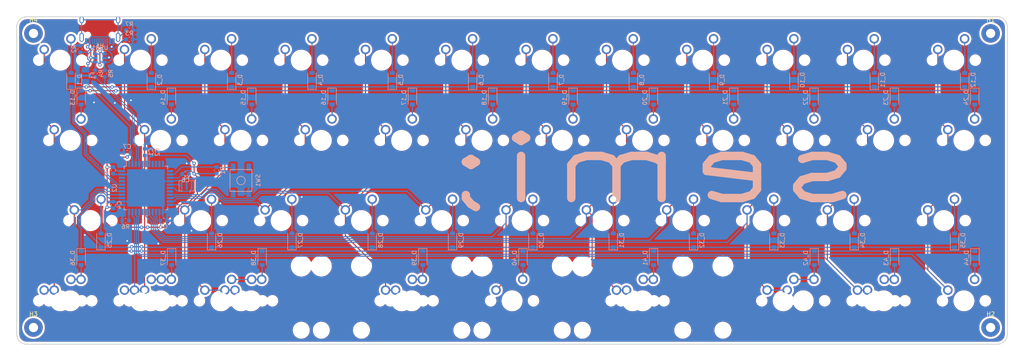
<source format=kicad_pcb>
(kicad_pcb (version 20171130) (host pcbnew "(5.1.4)-1")
  (layers (0 F.Cu signal) (31 B.Cu signal) (34 B.Paste user) (35 F.Paste user) (36 B.SilkS user) (37 F.SilkS user) (38 B.Mask user) (39 F.Mask user) (44 Edge.Cuts user))
  (net 0 "")
  (net 1 GND)
  (net 2 col0)
  (net 3 col1)
  (net 4 col2)
  (net 5 col3)
  (net 6 col4)
  (net 7 col5)
  (net 8 col6)
  (net 9 col7)
  (net 10 col8)
  (net 11 col9)
  (net 12 col10)
  (net 13 col11)
  (net 14 row0)
  (net 15 row1)
  (net 16 row2)
  (net 17 row3)
  (net 18 "Net-(D_1-Pad2)")
  (net 19 "Net-(D_2-Pad2)")
  (net 20 "Net-(D_3-Pad2)")
  (net 21 "Net-(D_4-Pad2)")
  (net 22 "Net-(D_5-Pad2)")
  (net 23 "Net-(D_6-Pad2)")
  (net 24 "Net-(D_7-Pad2)")
  (net 25 "Net-(D_8-Pad2)")
  (net 26 "Net-(D_9-Pad2)")
  (net 27 "Net-(D_10-Pad2)")
  (net 28 "Net-(D_11-Pad2)")
  (net 29 "Net-(D_12-Pad2)")
  (net 30 "Net-(D_13-Pad2)")
  (net 31 "Net-(D_14-Pad2)")
  (net 32 "Net-(D_15-Pad2)")
  (net 33 "Net-(D_16-Pad2)")
  (net 34 "Net-(D_17-Pad2)")
  (net 35 "Net-(D_18-Pad2)")
  (net 36 "Net-(D_19-Pad2)")
  (net 37 "Net-(D_20-Pad2)")
  (net 38 "Net-(D_21-Pad2)")
  (net 39 "Net-(D_22-Pad2)")
  (net 40 "Net-(D_23-Pad2)")
  (net 41 "Net-(D_24-Pad2)")
  (net 42 "Net-(D_25-Pad2)")
  (net 43 "Net-(D_26-Pad2)")
  (net 44 "Net-(D_27-Pad2)")
  (net 45 "Net-(D_28-Pad2)")
  (net 46 "Net-(D_29-Pad2)")
  (net 47 "Net-(D_30-Pad2)")
  (net 48 "Net-(D_31-Pad2)")
  (net 49 "Net-(D_32-Pad2)")
  (net 50 "Net-(D_33-Pad2)")
  (net 51 "Net-(D_34-Pad2)")
  (net 52 "Net-(D_35-Pad2)")
  (net 53 "Net-(D_36-Pad2)")
  (net 54 "Net-(D_37-Pad2)")
  (net 55 "Net-(D_38-Pad2)")
  (net 56 "Net-(D_39-Pad2)")
  (net 57 "Net-(D_40-Pad2)")
  (net 58 "Net-(D_41-Pad2)")
  (net 59 "Net-(D_42-Pad2)")
  (net 60 "Net-(D_44-Pad2)")
  (net 61 "Net-(D_43-Pad2)")
  (net 62 "Net-(C1-Pad1)")
  (net 63 +5V)
  (net 64 VBUS)
  (net 65 "Net-(H1-Pad1)")
  (net 66 "Net-(H2-Pad1)")
  (net 67 "Net-(H3-Pad1)")
  (net 68 "Net-(H4-Pad1)")
  (net 69 "Net-(R1-Pad2)")
  (net 70 "Net-(R2-Pad2)")
  (net 71 "Net-(R3-Pad2)")
  (net 72 DBUS-)
  (net 73 D-)
  (net 74 DBUS+)
  (net 75 D+)
  (net 76 "Net-(R6-Pad2)")
  (net 77 "Net-(U2-Pad42)")
  (net 78 "Net-(U2-Pad41)")
  (net 79 "Net-(U2-Pad29)")
  (net 80 "Net-(U2-Pad18)")
  (net 81 "Net-(U2-Pad17)")
  (net 82 "Net-(U2-Pad16)")
  (net 83 "Net-(U2-Pad12)")
  (net 84 "Net-(U2-Pad11)")
  (net 85 "Net-(U2-Pad10)")
  (net 86 "Net-(U2-Pad9)")
  (net 87 "Net-(U2-Pad8)")
  (net 88 "Net-(U2-Pad1)")
  (net 89 "Net-(USB1-Pad3)")
  (net 90 "Net-(USB1-Pad9)")
  (net 91 Earth)
  (module MX_Only:MXOnly-3U-ReversedStabilizers-NoLED (layer F.Cu) (at 147.6375 66.675)
    (fp_text reference K_48)
    (fp_text value KEYSW)
    (pad "" np_thru_hole circle (at 19.05 -8.255) (size 3.9878 3.9878) (drill 3.9878) (layers *.Cu *.Mask))
    (pad "" np_thru_hole circle (at -19.05 -8.255) (size 3.9878 3.9878) (drill 3.9878) (layers *.Cu *.Mask))
    (pad "" np_thru_hole circle (at 19.05 6.985) (size 3.048 3.048) (drill 3.048) (layers *.Cu *.Mask))
    (pad "" np_thru_hole circle (at -19.05 6.985) (size 3.048 3.048) (drill 3.048) (layers *.Cu *.Mask))
    (pad "" np_thru_hole circle (at 5.08 0 48.0996) (size 1.75 1.75) (drill 1.75) (layers *.Cu *.Mask))
    (pad "" np_thru_hole circle (at -5.08 0 48.0996) (size 1.75 1.75) (drill 1.75) (layers *.Cu *.Mask))
    (pad "" np_thru_hole circle (at 0 0) (size 3.9878 3.9878) (drill 3.9878) (layers *.Cu *.Mask))
    (pad 1 thru_hole circle (at -3.81 -2.54 48.1) (size 2.25 2.25) (drill 1.47) (layers *.Cu B.Mask) (net 9 col7))
    (pad 2 thru_hole circle (at 2.54 -5.08) (size 2.25 2.25) (drill 1.47) (layers *.Cu B.Mask) (net 58 "Net-(D_41-Pad2)"))
  )
  (module Resistor_SMD:R_0603_1608Metric (layer B.Cu) (at 25.908 2.413 180)
    (fp_text reference R7 (at 0 1.43) (layer B.SilkS) (effects (justify mirror)))
    (fp_text value 1M)
    (pad 2 smd roundrect (at 0.7875 0 180) (size 0.875 0.95) (layers B.Cu B.Paste B.Mask) (net 91 Earth))
    (pad 1 smd roundrect (at -0.7875 0 180) (size 0.875 0.95) (layers B.Cu B.Paste B.Mask) (net 1 GND))
  )
  (module Crystal:Resonator_SMD_muRata_CSTxExxV-3Pin_3.0x1.1mm (layer B.Cu) (at 39.497 39.37 180)
    (fp_text reference Y1 (at 0 2) (layer B.SilkS) (effects (justify mirror)))
    (fp_text value Resonator_Small)
    (pad 3 smd rect (at 1.2 0 180) (size 0.4 1.9) (layers B.Cu B.Paste B.Mask) (net 82 "Net-(U2-Pad16)"))
    (pad 2 smd rect (at 0 0 180) (size 0.4 1.9) (layers B.Cu B.Paste B.Mask) (net 1 GND))
    (pad 1 smd rect (at -1.2 0 180) (size 0.4 1.9) (layers B.Cu B.Paste B.Mask) (net 81 "Net-(U2-Pad17)"))
  )
  (module Type-C:HRO-TYPE-C-31-M-12-Assembly (layer B.Cu) (at 18.923 -2.667)
    (fp_text reference USB1 (at 0 9.25) (layer B.SilkS) (effects (justify mirror)))
    (fp_text value HRO-TYPE-C-31-M-12)
    (pad 13 thru_hole oval (at 4.32 2.6) (size 1 1.6) (drill oval 0.6 1.2) (layers *.Cu *.Mask) (net 91 Earth))
    (pad 13 thru_hole oval (at -4.32 2.6) (size 1 1.6) (drill oval 0.6 1.2) (layers *.Cu *.Mask) (net 91 Earth))
    (pad 13 thru_hole oval (at 4.32 6.78) (size 1 2.1) (drill oval 0.6 1.7) (layers *.Cu *.Mask) (net 91 Earth))
    (pad 13 thru_hole oval (at -4.32 6.78) (size 1 2.1) (drill oval 0.6 1.7) (layers *.Cu *.Mask) (net 91 Earth))
    (pad "" np_thru_hole circle (at -2.89 6.25) (size 0.65 0.65) (drill 0.65) (layers *.Cu *.Mask))
    (pad "" np_thru_hole circle (at 2.89 6.25) (size 0.65 0.65) (drill 0.65) (layers *.Cu *.Mask))
    (pad 6 smd rect (at -0.25 7.695) (size 0.3 1.45) (layers B.Cu B.Paste B.Mask) (net 74 DBUS+))
    (pad 7 smd rect (at 0.25 7.695) (size 0.3 1.45) (layers B.Cu B.Paste B.Mask) (net 72 DBUS-))
    (pad 8 smd rect (at 0.75 7.695) (size 0.3 1.45) (layers B.Cu B.Paste B.Mask) (net 74 DBUS+))
    (pad 5 smd rect (at -0.75 7.695) (size 0.3 1.45) (layers B.Cu B.Paste B.Mask) (net 72 DBUS-))
    (pad 9 smd rect (at 1.25 7.695) (size 0.3 1.45) (layers B.Cu B.Paste B.Mask) (net 90 "Net-(USB1-Pad9)"))
    (pad 4 smd rect (at -1.25 7.695) (size 0.3 1.45) (layers B.Cu B.Paste B.Mask) (net 70 "Net-(R2-Pad2)"))
    (pad 10 smd rect (at 1.75 7.695) (size 0.3 1.45) (layers B.Cu B.Paste B.Mask) (net 71 "Net-(R3-Pad2)"))
    (pad 3 smd rect (at -1.75 7.695) (size 0.3 1.45) (layers B.Cu B.Paste B.Mask) (net 89 "Net-(USB1-Pad3)"))
    (pad 2 smd rect (at -2.45 7.695) (size 0.6 1.45) (layers B.Cu B.Paste B.Mask) (net 64 VBUS))
    (pad 11 smd rect (at 2.45 7.695) (size 0.6 1.45) (layers B.Cu B.Paste B.Mask) (net 64 VBUS))
    (pad 1 smd rect (at -3.225 7.695) (size 0.6 1.45) (layers B.Cu B.Paste B.Mask) (net 1 GND))
    (pad 12 smd rect (at 3.225 7.695) (size 0.6 1.45) (layers B.Cu B.Paste B.Mask) (net 1 GND))
  )
  (module Package_QFP:TQFP-44_10x10mm_P0.8mm (layer B.Cu) (at 29.845 39.878 270)
    (fp_text reference U2 (at 0 7.45 90) (layer B.SilkS) (effects (justify mirror)))
    (fp_text value ATmega32U4-AU)
    (pad 1 smd rect (at -5.7 4 270) (size 1.5 0.55) (layers B.Cu B.Paste B.Mask) (net 88 "Net-(U2-Pad1)"))
    (pad 2 smd rect (at -5.7 3.2 270) (size 1.5 0.55) (layers B.Cu B.Paste B.Mask) (net 63 +5V))
    (pad 3 smd rect (at -5.7 2.4 270) (size 1.5 0.55) (layers B.Cu B.Paste B.Mask) (net 73 D-))
    (pad 4 smd rect (at -5.7 1.6 270) (size 1.5 0.55) (layers B.Cu B.Paste B.Mask) (net 75 D+))
    (pad 5 smd rect (at -5.7 0.8 270) (size 1.5 0.55) (layers B.Cu B.Paste B.Mask) (net 1 GND))
    (pad 6 smd rect (at -5.7 0 270) (size 1.5 0.55) (layers B.Cu B.Paste B.Mask) (net 62 "Net-(C1-Pad1)"))
    (pad 7 smd rect (at -5.7 -0.8 270) (size 1.5 0.55) (layers B.Cu B.Paste B.Mask) (net 63 +5V))
    (pad 8 smd rect (at -5.7 -1.6 270) (size 1.5 0.55) (layers B.Cu B.Paste B.Mask) (net 87 "Net-(U2-Pad8)"))
    (pad 9 smd rect (at -5.7 -2.4 270) (size 1.5 0.55) (layers B.Cu B.Paste B.Mask) (net 86 "Net-(U2-Pad9)"))
    (pad 10 smd rect (at -5.7 -3.2 270) (size 1.5 0.55) (layers B.Cu B.Paste B.Mask) (net 85 "Net-(U2-Pad10)"))
    (pad 11 smd rect (at -5.7 -4 270) (size 1.5 0.55) (layers B.Cu B.Paste B.Mask) (net 84 "Net-(U2-Pad11)"))
    (pad 12 smd rect (at -4 -5.7 180) (size 1.5 0.55) (layers B.Cu B.Paste B.Mask) (net 83 "Net-(U2-Pad12)"))
    (pad 13 smd rect (at -3.2 -5.7 180) (size 1.5 0.55) (layers B.Cu B.Paste B.Mask) (net 69 "Net-(R1-Pad2)"))
    (pad 14 smd rect (at -2.4 -5.7 180) (size 1.5 0.55) (layers B.Cu B.Paste B.Mask) (net 63 +5V))
    (pad 15 smd rect (at -1.6 -5.7 180) (size 1.5 0.55) (layers B.Cu B.Paste B.Mask) (net 1 GND))
    (pad 16 smd rect (at -0.8 -5.7 180) (size 1.5 0.55) (layers B.Cu B.Paste B.Mask) (net 82 "Net-(U2-Pad16)"))
    (pad 17 smd rect (at 0 -5.7 180) (size 1.5 0.55) (layers B.Cu B.Paste B.Mask) (net 81 "Net-(U2-Pad17)"))
    (pad 18 smd rect (at 0.8 -5.7 180) (size 1.5 0.55) (layers B.Cu B.Paste B.Mask) (net 80 "Net-(U2-Pad18)"))
    (pad 19 smd rect (at 1.6 -5.7 180) (size 1.5 0.55) (layers B.Cu B.Paste B.Mask) (net 7 col5))
    (pad 20 smd rect (at 2.4 -5.7 180) (size 1.5 0.55) (layers B.Cu B.Paste B.Mask) (net 6 col4))
    (pad 21 smd rect (at 3.2 -5.7 180) (size 1.5 0.55) (layers B.Cu B.Paste B.Mask) (net 5 col3))
    (pad 22 smd rect (at 4 -5.7 180) (size 1.5 0.55) (layers B.Cu B.Paste B.Mask) (net 4 col2))
    (pad 23 smd rect (at 5.7 -4 270) (size 1.5 0.55) (layers B.Cu B.Paste B.Mask) (net 1 GND))
    (pad 24 smd rect (at 5.7 -3.2 270) (size 1.5 0.55) (layers B.Cu B.Paste B.Mask) (net 63 +5V))
    (pad 25 smd rect (at 5.7 -2.4 270) (size 1.5 0.55) (layers B.Cu B.Paste B.Mask) (net 8 col6))
    (pad 26 smd rect (at 5.7 -1.6 270) (size 1.5 0.55) (layers B.Cu B.Paste B.Mask) (net 9 col7))
    (pad 27 smd rect (at 5.7 -0.8 270) (size 1.5 0.55) (layers B.Cu B.Paste B.Mask) (net 10 col8))
    (pad 28 smd rect (at 5.7 0 270) (size 1.5 0.55) (layers B.Cu B.Paste B.Mask) (net 11 col9))
    (pad 29 smd rect (at 5.7 0.8 270) (size 1.5 0.55) (layers B.Cu B.Paste B.Mask) (net 79 "Net-(U2-Pad29)"))
    (pad 30 smd rect (at 5.7 1.6 270) (size 1.5 0.55) (layers B.Cu B.Paste B.Mask) (net 13 col11))
    (pad 31 smd rect (at 5.7 2.4 270) (size 1.5 0.55) (layers B.Cu B.Paste B.Mask) (net 12 col10))
    (pad 32 smd rect (at 5.7 3.2 270) (size 1.5 0.55) (layers B.Cu B.Paste B.Mask) (net 3 col1))
    (pad 33 smd rect (at 5.7 4 270) (size 1.5 0.55) (layers B.Cu B.Paste B.Mask) (net 76 "Net-(R6-Pad2)"))
    (pad 34 smd rect (at 4 5.7 180) (size 1.5 0.55) (layers B.Cu B.Paste B.Mask) (net 63 +5V))
    (pad 35 smd rect (at 3.2 5.7 180) (size 1.5 0.55) (layers B.Cu B.Paste B.Mask) (net 1 GND))
    (pad 36 smd rect (at 2.4 5.7 180) (size 1.5 0.55) (layers B.Cu B.Paste B.Mask) (net 16 row2))
    (pad 37 smd rect (at 1.6 5.7 180) (size 1.5 0.55) (layers B.Cu B.Paste B.Mask) (net 17 row3))
    (pad 38 smd rect (at 0.8 5.7 180) (size 1.5 0.55) (layers B.Cu B.Paste B.Mask) (net 2 col0))
    (pad 39 smd rect (at 0 5.7 180) (size 1.5 0.55) (layers B.Cu B.Paste B.Mask) (net 14 row0))
    (pad 40 smd rect (at -0.8 5.7 180) (size 1.5 0.55) (layers B.Cu B.Paste B.Mask) (net 15 row1))
    (pad 41 smd rect (at -1.6 5.7 180) (size 1.5 0.55) (layers B.Cu B.Paste B.Mask) (net 78 "Net-(U2-Pad41)"))
    (pad 42 smd rect (at -2.4 5.7 180) (size 1.5 0.55) (layers B.Cu B.Paste B.Mask) (net 77 "Net-(U2-Pad42)"))
    (pad 43 smd rect (at -3.2 5.7 180) (size 1.5 0.55) (layers B.Cu B.Paste B.Mask) (net 1 GND))
    (pad 44 smd rect (at -4 5.7 180) (size 1.5 0.55) (layers B.Cu B.Paste B.Mask) (net 63 +5V))
  )
  (module Package_TO_SOT_SMD:SOT-23-6 (layer B.Cu) (at 18.923 9.017 180)
    (fp_text reference U1 (at 0 2.9) (layer B.SilkS) (effects (justify mirror)))
    (fp_text value SRV05-4)
    (pad 5 smd rect (at 1.1 0 180) (size 1.06 0.65) (layers B.Cu B.Paste B.Mask) (net 64 VBUS))
    (pad 6 smd rect (at 1.1 0.95 180) (size 1.06 0.65) (layers B.Cu B.Paste B.Mask) (net 74 DBUS+))
    (pad 4 smd rect (at 1.1 -0.95 180) (size 1.06 0.65) (layers B.Cu B.Paste B.Mask) (net 72 DBUS-))
    (pad 3 smd rect (at -1.1 -0.95 180) (size 1.06 0.65) (layers B.Cu B.Paste B.Mask) (net 74 DBUS+))
    (pad 2 smd rect (at -1.1 0 180) (size 1.06 0.65) (layers B.Cu B.Paste B.Mask) (net 1 GND))
    (pad 1 smd rect (at -1.1 0.95 180) (size 1.06 0.65) (layers B.Cu B.Paste B.Mask) (net 72 DBUS-))
  )
  (module random-keyboard-parts:SKQG-1155865 (layer B.Cu) (at 52.3842 38.0976 270)
    (fp_text reference SW1 (at 0 -4.064 90) (layer B.SilkS) (effects (justify mirror)))
    (fp_text value SW_Push)
    (pad 1 smd rect (at 3.1 -1.85 270) (size 1.8 1.1) (layers B.Cu B.Paste B.Mask) (net 1 GND))
    (pad 2 smd rect (at -3.1 1.85 270) (size 1.8 1.1) (layers B.Cu B.Paste B.Mask) (net 69 "Net-(R1-Pad2)"))
    (pad 3 smd rect (at 3.1 1.85 270) (size 1.8 1.1) (layers B.Cu B.Paste B.Mask))
    (pad 4 smd rect (at -3.1 -1.85 270) (size 1.8 1.1) (layers B.Cu B.Paste B.Mask))
  )
  (module Resistor_SMD:R_0603_1608Metric (layer B.Cu) (at 25.019 47.625)
    (fp_text reference R6 (at 0 1.43) (layer B.SilkS) (effects (justify mirror)))
    (fp_text value 10k)
    (pad 2 smd roundrect (at 0.7875 0) (size 0.875 0.95) (layers B.Cu B.Paste B.Mask) (net 76 "Net-(R6-Pad2)"))
    (pad 1 smd roundrect (at -0.7875 0) (size 0.875 0.95) (layers B.Cu B.Paste B.Mask) (net 1 GND))
  )
  (module Resistor_SMD:R_0603_1608Metric (layer B.Cu) (at 20.066 12.7 90)
    (fp_text reference R5 (at 0 1.43 90) (layer B.SilkS) (effects (justify mirror)))
    (fp_text value 22)
    (pad 2 smd roundrect (at 0.7875 0 90) (size 0.875 0.95) (layers B.Cu B.Paste B.Mask) (net 74 DBUS+))
    (pad 1 smd roundrect (at -0.7875 0 90) (size 0.875 0.95) (layers B.Cu B.Paste B.Mask) (net 75 D+))
  )
  (module Resistor_SMD:R_0603_1608Metric (layer B.Cu) (at 17.78 12.7 90)
    (fp_text reference R4 (at 0 1.43 90) (layer B.SilkS) (effects (justify mirror)))
    (fp_text value 22)
    (pad 2 smd roundrect (at 0.7875 0 90) (size 0.875 0.95) (layers B.Cu B.Paste B.Mask) (net 72 DBUS-))
    (pad 1 smd roundrect (at -0.7875 0 90) (size 0.875 0.95) (layers B.Cu B.Paste B.Mask) (net 73 D-))
  )
  (module Resistor_SMD:R_0603_1608Metric (layer B.Cu) (at 25.908 4.572 180)
    (fp_text reference R3 (at 0 1.43) (layer B.SilkS) (effects (justify mirror)))
    (fp_text value 5.1k)
    (pad 2 smd roundrect (at 0.7875 0 180) (size 0.875 0.95) (layers B.Cu B.Paste B.Mask) (net 71 "Net-(R3-Pad2)"))
    (pad 1 smd roundrect (at -0.7875 0 180) (size 0.875 0.95) (layers B.Cu B.Paste B.Mask) (net 1 GND))
  )
  (module Resistor_SMD:R_0603_1608Metric (layer B.Cu) (at 14.224 6.858 270)
    (fp_text reference R2 (at 0 1.43 90) (layer B.SilkS) (effects (justify mirror)))
    (fp_text value 5.1k)
    (pad 2 smd roundrect (at 0.7875 0 270) (size 0.875 0.95) (layers B.Cu B.Paste B.Mask) (net 70 "Net-(R2-Pad2)"))
    (pad 1 smd roundrect (at -0.7875 0 270) (size 0.875 0.95) (layers B.Cu B.Paste B.Mask) (net 1 GND))
  )
  (module Resistor_SMD:R_0603_1608Metric (layer B.Cu) (at 46.609 35.687 90)
    (fp_text reference R1 (at 0 1.43 90) (layer B.SilkS) (effects (justify mirror)))
    (fp_text value 10k)
    (pad 2 smd roundrect (at 0.7875 0 90) (size 0.875 0.95) (layers B.Cu B.Paste B.Mask) (net 69 "Net-(R1-Pad2)"))
    (pad 1 smd roundrect (at -0.7875 0 90) (size 0.875 0.95) (layers B.Cu B.Paste B.Mask) (net 63 +5V))
  )
  (module MountingHole:MountingHole_2.2mm_M2_Pad (layer F.Cu) (at 3.1748 3.1748)
    (fp_text reference H4 (at 0 -3.2) (layer F.SilkS))
    (fp_text value MountingHole_Pad)
    (pad 1 thru_hole circle (at 0 0) (size 4.4 4.4) (drill 2.2) (layers *.Cu *.Mask) (net 68 "Net-(H4-Pad1)"))
  )
  (module MountingHole:MountingHole_2.2mm_M2_Pad (layer F.Cu) (at 3.1748 73.0204)
    (fp_text reference H3 (at 0 -3.2) (layer F.SilkS))
    (fp_text value MountingHole_Pad)
    (pad 1 thru_hole circle (at 0 0) (size 4.4 4.4) (drill 2.2) (layers *.Cu *.Mask) (net 67 "Net-(H3-Pad1)"))
  )
  (module MountingHole:MountingHole_2.2mm_M2_Pad (layer F.Cu) (at 230.173 73.0204)
    (fp_text reference H2 (at 0 -3.2) (layer F.SilkS))
    (fp_text value MountingHole_Pad)
    (pad 1 thru_hole circle (at 0 0) (size 4.4 4.4) (drill 2.2) (layers *.Cu *.Mask) (net 66 "Net-(H2-Pad1)"))
  )
  (module MountingHole:MountingHole_2.2mm_M2_Pad (layer F.Cu) (at 230.173 3.1748)
    (fp_text reference H1 (at 0 -3.2) (layer F.SilkS))
    (fp_text value MountingHole_Pad)
    (pad 1 thru_hole circle (at 0 0) (size 4.4 4.4) (drill 2.2) (layers *.Cu *.Mask) (net 65 "Net-(H1-Pad1)"))
  )
  (module Fuse:Fuse_1206_3216Metric (layer B.Cu) (at 15.494 13.211 90)
    (fp_text reference F1 (at 0 1.82 90) (layer B.SilkS) (effects (justify mirror)))
    (fp_text value 500mA)
    (pad 2 smd roundrect (at 1.4 0 90) (size 1.25 1.75) (layers B.Cu B.Paste B.Mask) (roundrect_rratio 0.2) (net 64 VBUS))
    (pad 1 smd roundrect (at -1.4 0 90) (size 1.25 1.75) (layers B.Cu B.Paste B.Mask) (roundrect_rratio 0.2) (net 63 +5V))
  )
  (module Capacitor_SMD:C_0603_1608Metric (layer B.Cu) (at 25.4 31.496 180)
    (fp_text reference C7 (at 0 1.43) (layer B.SilkS) (effects (justify mirror)))
    (fp_text value 10uF)
    (pad 2 smd roundrect (at 0.7875 0 180) (size 0.875 0.95) (layers B.Cu B.Paste B.Mask) (net 1 GND))
    (pad 1 smd roundrect (at -0.7875 0 180) (size 0.875 0.95) (layers B.Cu B.Paste B.Mask) (net 63 +5V))
  )
  (module Capacitor_SMD:C_0603_1608Metric (layer B.Cu) (at 39.243 36.576)
    (fp_text reference C6 (at 0 1.43) (layer B.SilkS) (effects (justify mirror)))
    (fp_text value 0.1uF)
    (pad 2 smd roundrect (at 0.7875 0) (size 0.875 0.95) (layers B.Cu B.Paste B.Mask) (net 1 GND))
    (pad 1 smd roundrect (at -0.7875 0) (size 0.875 0.95) (layers B.Cu B.Paste B.Mask) (net 63 +5V))
  )
  (module Capacitor_SMD:C_0603_1608Metric (layer B.Cu) (at 34.036 47.625)
    (fp_text reference C5 (at 0 1.43) (layer B.SilkS) (effects (justify mirror)))
    (fp_text value 0.1uF)
    (pad 2 smd roundrect (at 0.7875 0) (size 0.875 0.95) (layers B.Cu B.Paste B.Mask) (net 1 GND))
    (pad 1 smd roundrect (at -0.7875 0) (size 0.875 0.95) (layers B.Cu B.Paste B.Mask) (net 63 +5V))
  )
  (module Capacitor_SMD:C_0603_1608Metric (layer B.Cu) (at 22.098 43.942 90)
    (fp_text reference C4 (at 0 1.43 90) (layer B.SilkS) (effects (justify mirror)))
    (fp_text value 0.1uF)
    (pad 2 smd roundrect (at 0.7875 0 90) (size 0.875 0.95) (layers B.Cu B.Paste B.Mask) (net 1 GND))
    (pad 1 smd roundrect (at -0.7875 0 90) (size 0.875 0.95) (layers B.Cu B.Paste B.Mask) (net 63 +5V))
  )
  (module Capacitor_SMD:C_0603_1608Metric (layer B.Cu) (at 22.098 35.687 270)
    (fp_text reference C3 (at 0 1.43 90) (layer B.SilkS) (effects (justify mirror)))
    (fp_text value 0.1uF)
    (pad 2 smd roundrect (at 0.7875 0 270) (size 0.875 0.95) (layers B.Cu B.Paste B.Mask) (net 1 GND))
    (pad 1 smd roundrect (at -0.7875 0 270) (size 0.875 0.95) (layers B.Cu B.Paste B.Mask) (net 63 +5V))
  )
  (module Capacitor_SMD:C_0603_1608Metric (layer B.Cu) (at 31.115 31.369 90)
    (fp_text reference C2 (at 0 1.43 90) (layer B.SilkS) (effects (justify mirror)))
    (fp_text value 0.1uF)
    (pad 2 smd roundrect (at 0.7875 0 90) (size 0.875 0.95) (layers B.Cu B.Paste B.Mask) (net 1 GND))
    (pad 1 smd roundrect (at -0.7875 0 90) (size 0.875 0.95) (layers B.Cu B.Paste B.Mask) (net 63 +5V))
  )
  (module Capacitor_SMD:C_0603_1608Metric (layer B.Cu) (at 29.591 31.369 90)
    (fp_text reference C1 (at 0 1.43 90) (layer B.SilkS) (effects (justify mirror)))
    (fp_text value 1uF)
    (pad 2 smd roundrect (at 0.7875 0 90) (size 0.875 0.95) (layers B.Cu B.Paste B.Mask) (net 1 GND))
    (pad 1 smd roundrect (at -0.7875 0 90) (size 0.875 0.95) (layers B.Cu B.Paste B.Mask) (net 62 "Net-(C1-Pad1)"))
  )
  (module Diode_SMD:D_SOD-123 (layer B.Cu) (at 12.081 14.216 90)
    (fp_text reference D_1 (at 0 2 90) (layer B.SilkS) (effects (justify mirror)))
    (fp_text value D)
    (pad 2 smd rect (at 1.65 0 90) (size 0.9 1.2) (layers B.Cu B.Paste B.Mask) (net 18 "Net-(D_1-Pad2)"))
    (pad 1 smd rect (at -1.65 0 90) (size 0.9 1.2) (layers B.Cu B.Paste B.Mask) (net 14 row0))
  )
  (module MX_Only:MXOnly-1U-NoLED (layer F.Cu) (at 223.8375 66.675)
    (fp_text reference K_53)
    (fp_text value KEYSW)
    (pad "" np_thru_hole circle (at 5.08 0 48.0996) (size 1.75 1.75) (drill 1.75) (layers *.Cu *.Mask))
    (pad "" np_thru_hole circle (at -5.08 0 48.0996) (size 1.75 1.75) (drill 1.75) (layers *.Cu *.Mask))
    (pad 1 thru_hole circle (at -3.81 -2.54) (size 2.25 2.25) (drill 1.47) (layers *.Cu B.Mask) (net 13 col11))
    (pad "" np_thru_hole circle (at 0 0) (size 3.9878 3.9878) (drill 3.9878) (layers *.Cu *.Mask))
    (pad 2 thru_hole circle (at 2.54 -5.08) (size 2.25 2.25) (drill 1.47) (layers *.Cu B.Mask) (net 60 "Net-(D_44-Pad2)"))
  )
  (module MX_Only:MXOnly-1U-NoLED (layer F.Cu) (at 204.7875 66.675)
    (fp_text reference K_52)
    (fp_text value KEYSW)
    (pad "" np_thru_hole circle (at 5.08 0 48.0996) (size 1.75 1.75) (drill 1.75) (layers *.Cu *.Mask))
    (pad "" np_thru_hole circle (at -5.08 0 48.0996) (size 1.75 1.75) (drill 1.75) (layers *.Cu *.Mask))
    (pad 1 thru_hole circle (at -3.81 -2.54) (size 2.25 2.25) (drill 1.47) (layers *.Cu B.Mask) (net 12 col10))
    (pad "" np_thru_hole circle (at 0 0) (size 3.9878 3.9878) (drill 3.9878) (layers *.Cu *.Mask))
    (pad 2 thru_hole circle (at 2.54 -5.08) (size 2.25 2.25) (drill 1.47) (layers *.Cu B.Mask) (net 61 "Net-(D_43-Pad2)"))
  )
  (module MX_Only:MXOnly-1.25U-NoLED (layer F.Cu) (at 202.40625 66.675)
    (fp_text reference K_51)
    (fp_text value KEYSW)
    (pad "" np_thru_hole circle (at 5.08 0 48.0996) (size 1.75 1.75) (drill 1.75) (layers *.Cu *.Mask))
    (pad "" np_thru_hole circle (at -5.08 0 48.0996) (size 1.75 1.75) (drill 1.75) (layers *.Cu *.Mask))
    (pad 1 thru_hole circle (at -3.81 -2.54) (size 2.25 2.25) (drill 1.47) (layers *.Cu B.Mask) (net 12 col10))
    (pad "" np_thru_hole circle (at 0 0) (size 3.9878 3.9878) (drill 3.9878) (layers *.Cu *.Mask))
    (pad 2 thru_hole circle (at 2.54 -5.08) (size 2.25 2.25) (drill 1.47) (layers *.Cu B.Mask) (net 61 "Net-(D_43-Pad2)"))
  )
  (module MX_Only:MXOnly-1U-NoLED (layer F.Cu) (at 185.7375 66.675)
    (fp_text reference K_50)
    (fp_text value KEYSW)
    (pad "" np_thru_hole circle (at 5.08 0 48.0996) (size 1.75 1.75) (drill 1.75) (layers *.Cu *.Mask))
    (pad "" np_thru_hole circle (at -5.08 0 48.0996) (size 1.75 1.75) (drill 1.75) (layers *.Cu *.Mask))
    (pad 1 thru_hole circle (at -3.81 -2.54) (size 2.25 2.25) (drill 1.47) (layers *.Cu B.Mask) (net 11 col9))
    (pad "" np_thru_hole circle (at 0 0) (size 3.9878 3.9878) (drill 3.9878) (layers *.Cu *.Mask))
    (pad 2 thru_hole circle (at 2.54 -5.08) (size 2.25 2.25) (drill 1.47) (layers *.Cu B.Mask) (net 59 "Net-(D_42-Pad2)"))
  )
  (module MX_Only:MXOnly-1U-NoLED (layer F.Cu) (at 180.975 66.675)
    (fp_text reference K_49)
    (fp_text value KEYSW)
    (pad "" np_thru_hole circle (at 5.08 0 48.0996) (size 1.75 1.75) (drill 1.75) (layers *.Cu *.Mask))
    (pad "" np_thru_hole circle (at -5.08 0 48.0996) (size 1.75 1.75) (drill 1.75) (layers *.Cu *.Mask))
    (pad 1 thru_hole circle (at -3.81 -2.54) (size 2.25 2.25) (drill 1.47) (layers *.Cu B.Mask) (net 11 col9))
    (pad "" np_thru_hole circle (at 0 0) (size 3.9878 3.9878) (drill 3.9878) (layers *.Cu *.Mask))
    (pad 2 thru_hole circle (at 2.54 -5.08) (size 2.25 2.25) (drill 1.47) (layers *.Cu B.Mask) (net 59 "Net-(D_42-Pad2)"))
  )
  (module MX_Only:MXOnly-2.75U-ReversedStabilizers-NoLED (layer F.Cu) (at 145.25625 66.675)
    (fp_text reference K_47)
    (fp_text value KEYSW)
    (pad "" np_thru_hole circle (at 11.90625 -8.255) (size 3.9878 3.9878) (drill 3.9878) (layers *.Cu *.Mask))
    (pad "" np_thru_hole circle (at -11.90625 -8.255) (size 3.9878 3.9878) (drill 3.9878) (layers *.Cu *.Mask))
    (pad "" np_thru_hole circle (at 11.90625 6.985) (size 3.048 3.048) (drill 3.048) (layers *.Cu *.Mask))
    (pad "" np_thru_hole circle (at -11.90625 6.985) (size 3.048 3.048) (drill 3.048) (layers *.Cu *.Mask))
    (pad "" np_thru_hole circle (at 5.08 0 48.0996) (size 1.75 1.75) (drill 1.75) (layers *.Cu *.Mask))
    (pad "" np_thru_hole circle (at -5.08 0 48.0996) (size 1.75 1.75) (drill 1.75) (layers *.Cu *.Mask))
    (pad 1 thru_hole circle (at -3.81 -2.54) (size 2.25 2.25) (drill 1.47) (layers *.Cu B.Mask) (net 9 col7))
    (pad "" np_thru_hole circle (at 0 0) (size 3.9878 3.9878) (drill 3.9878) (layers *.Cu *.Mask))
    (pad 2 thru_hole circle (at 2.54 -5.08) (size 2.25 2.25) (drill 1.47) (layers *.Cu B.Mask) (net 58 "Net-(D_41-Pad2)"))
  )
  (module MX_Only:MXOnly-2.75U-ReversedStabilizers-NoLED (layer F.Cu) (at 92.86875 66.675)
    (fp_text reference K_45)
    (fp_text value KEYSW)
    (pad "" np_thru_hole circle (at 11.90625 -8.255) (size 3.9878 3.9878) (drill 3.9878) (layers *.Cu *.Mask))
    (pad "" np_thru_hole circle (at -11.90625 -8.255) (size 3.9878 3.9878) (drill 3.9878) (layers *.Cu *.Mask))
    (pad "" np_thru_hole circle (at 11.90625 6.985) (size 3.048 3.048) (drill 3.048) (layers *.Cu *.Mask))
    (pad "" np_thru_hole circle (at -11.90625 6.985) (size 3.048 3.048) (drill 3.048) (layers *.Cu *.Mask))
    (pad "" np_thru_hole circle (at 5.08 0 48.0996) (size 1.75 1.75) (drill 1.75) (layers *.Cu *.Mask))
    (pad "" np_thru_hole circle (at -5.08 0 48.0996) (size 1.75 1.75) (drill 1.75) (layers *.Cu *.Mask))
    (pad 1 thru_hole circle (at -3.81 -2.54) (size 2.25 2.25) (drill 1.47) (layers *.Cu B.Mask) (net 6 col4))
    (pad "" np_thru_hole circle (at 0 0) (size 3.9878 3.9878) (drill 3.9878) (layers *.Cu *.Mask))
    (pad 2 thru_hole circle (at 2.54 -5.08) (size 2.25 2.25) (drill 1.47) (layers *.Cu B.Mask) (net 56 "Net-(D_39-Pad2)"))
  )
  (module MX_Only:MXOnly-3U-ReversedStabilizers-NoLED (layer F.Cu) (at 90.4875 66.675)
    (fp_text reference K_44)
    (fp_text value KEYSW)
    (pad "" np_thru_hole circle (at 19.05 -8.255) (size 3.9878 3.9878) (drill 3.9878) (layers *.Cu *.Mask))
    (pad "" np_thru_hole circle (at -19.05 -8.255) (size 3.9878 3.9878) (drill 3.9878) (layers *.Cu *.Mask))
    (pad "" np_thru_hole circle (at 19.05 6.985) (size 3.048 3.048) (drill 3.048) (layers *.Cu *.Mask))
    (pad "" np_thru_hole circle (at -19.05 6.985) (size 3.048 3.048) (drill 3.048) (layers *.Cu *.Mask))
    (pad "" np_thru_hole circle (at 5.08 0 48.0996) (size 1.75 1.75) (drill 1.75) (layers *.Cu *.Mask))
    (pad "" np_thru_hole circle (at -5.08 0 48.0996) (size 1.75 1.75) (drill 1.75) (layers *.Cu *.Mask))
    (pad "" np_thru_hole circle (at 0 0) (size 3.9878 3.9878) (drill 3.9878) (layers *.Cu *.Mask))
    (pad 1 thru_hole circle (at -3.81 -2.54 48.1) (size 2.25 2.25) (drill 1.47) (layers *.Cu B.Mask) (net 6 col4))
    (pad 2 thru_hole circle (at 2.54 -5.08) (size 2.25 2.25) (drill 1.47) (layers *.Cu B.Mask) (net 56 "Net-(D_39-Pad2)"))
  )
  (module MX_Only:MXOnly-6.25U-ReversedStabilizers-NoLED (layer F.Cu) (at 116.68125 66.675)
    (fp_text reference K_46)
    (fp_text value KEYSW)
    (pad "" np_thru_hole circle (at 49.9999 -8.255) (size 3.9878 3.9878) (drill 3.9878) (layers *.Cu *.Mask))
    (pad "" np_thru_hole circle (at -49.9999 -8.255) (size 3.9878 3.9878) (drill 3.9878) (layers *.Cu *.Mask))
    (pad "" np_thru_hole circle (at 49.9999 6.985) (size 3.048 3.048) (drill 3.048) (layers *.Cu *.Mask))
    (pad "" np_thru_hole circle (at -49.9999 6.985) (size 3.048 3.048) (drill 3.048) (layers *.Cu *.Mask))
    (pad "" np_thru_hole circle (at 5.08 0 48.0996) (size 1.75 1.75) (drill 1.75) (layers *.Cu *.Mask))
    (pad "" np_thru_hole circle (at -5.08 0 48.0996) (size 1.75 1.75) (drill 1.75) (layers *.Cu *.Mask))
    (pad 1 thru_hole circle (at -3.81 -2.54) (size 2.25 2.25) (drill 1.47) (layers *.Cu B.Mask) (net 8 col6))
    (pad "" np_thru_hole circle (at 0 0) (size 3.9878 3.9878) (drill 3.9878) (layers *.Cu *.Mask))
    (pad 2 thru_hole circle (at 2.54 -5.08) (size 2.25 2.25) (drill 1.47) (layers *.Cu B.Mask) (net 57 "Net-(D_40-Pad2)"))
  )
  (module MX_Only:MXOnly-1U-NoLED (layer F.Cu) (at 52.3875 66.675)
    (fp_text reference K_42)
    (fp_text value KEYSW)
    (pad "" np_thru_hole circle (at 5.08 0 48.0996) (size 1.75 1.75) (drill 1.75) (layers *.Cu *.Mask))
    (pad "" np_thru_hole circle (at -5.08 0 48.0996) (size 1.75 1.75) (drill 1.75) (layers *.Cu *.Mask))
    (pad 1 thru_hole circle (at -3.81 -2.54) (size 2.25 2.25) (drill 1.47) (layers *.Cu B.Mask) (net 4 col2))
    (pad "" np_thru_hole circle (at 0 0) (size 3.9878 3.9878) (drill 3.9878) (layers *.Cu *.Mask))
    (pad 2 thru_hole circle (at 2.54 -5.08) (size 2.25 2.25) (drill 1.47) (layers *.Cu B.Mask) (net 55 "Net-(D_38-Pad2)"))
  )
  (module MX_Only:MXOnly-1.25U-NoLED (layer F.Cu) (at 54.76875 66.675)
    (fp_text reference K_43)
    (fp_text value KEYSW)
    (pad "" np_thru_hole circle (at 5.08 0 48.0996) (size 1.75 1.75) (drill 1.75) (layers *.Cu *.Mask))
    (pad "" np_thru_hole circle (at -5.08 0 48.0996) (size 1.75 1.75) (drill 1.75) (layers *.Cu *.Mask))
    (pad 1 thru_hole circle (at -3.81 -2.54) (size 2.25 2.25) (drill 1.47) (layers *.Cu B.Mask) (net 4 col2))
    (pad "" np_thru_hole circle (at 0 0) (size 3.9878 3.9878) (drill 3.9878) (layers *.Cu *.Mask))
    (pad 2 thru_hole circle (at 2.54 -5.08) (size 2.25 2.25) (drill 1.47) (layers *.Cu B.Mask) (net 55 "Net-(D_38-Pad2)"))
  )
  (module MX_Only:MXOnly-1U-NoLED (layer F.Cu) (at 47.625 66.675)
    (fp_text reference K_41)
    (fp_text value KEYSW)
    (pad "" np_thru_hole circle (at 5.08 0 48.0996) (size 1.75 1.75) (drill 1.75) (layers *.Cu *.Mask))
    (pad "" np_thru_hole circle (at -5.08 0 48.0996) (size 1.75 1.75) (drill 1.75) (layers *.Cu *.Mask))
    (pad 1 thru_hole circle (at -3.81 -2.54) (size 2.25 2.25) (drill 1.47) (layers *.Cu B.Mask) (net 4 col2))
    (pad "" np_thru_hole circle (at 0 0) (size 3.9878 3.9878) (drill 3.9878) (layers *.Cu *.Mask))
    (pad 2 thru_hole circle (at 2.54 -5.08) (size 2.25 2.25) (drill 1.47) (layers *.Cu B.Mask) (net 55 "Net-(D_38-Pad2)"))
  )
  (module MX_Only:MXOnly-1U-NoLED (layer F.Cu) (at 33.3375 66.675)
    (fp_text reference K_40)
    (fp_text value KEYSW)
    (pad "" np_thru_hole circle (at 5.08 0 48.0996) (size 1.75 1.75) (drill 1.75) (layers *.Cu *.Mask))
    (pad "" np_thru_hole circle (at -5.08 0 48.0996) (size 1.75 1.75) (drill 1.75) (layers *.Cu *.Mask))
    (pad 1 thru_hole circle (at -3.81 -2.54) (size 2.25 2.25) (drill 1.47) (layers *.Cu B.Mask) (net 3 col1))
    (pad "" np_thru_hole circle (at 0 0) (size 3.9878 3.9878) (drill 3.9878) (layers *.Cu *.Mask))
    (pad 2 thru_hole circle (at 2.54 -5.08) (size 2.25 2.25) (drill 1.47) (layers *.Cu B.Mask) (net 54 "Net-(D_37-Pad2)"))
  )
  (module MX_Only:MXOnly-1U-NoLED (layer F.Cu) (at 28.575 66.675)
    (fp_text reference K_38)
    (fp_text value KEYSW)
    (pad "" np_thru_hole circle (at 5.08 0 48.0996) (size 1.75 1.75) (drill 1.75) (layers *.Cu *.Mask))
    (pad "" np_thru_hole circle (at -5.08 0 48.0996) (size 1.75 1.75) (drill 1.75) (layers *.Cu *.Mask))
    (pad 1 thru_hole circle (at -3.81 -2.54) (size 2.25 2.25) (drill 1.47) (layers *.Cu B.Mask) (net 3 col1))
    (pad "" np_thru_hole circle (at 0 0) (size 3.9878 3.9878) (drill 3.9878) (layers *.Cu *.Mask))
    (pad 2 thru_hole circle (at 2.54 -5.08) (size 2.25 2.25) (drill 1.47) (layers *.Cu B.Mask) (net 54 "Net-(D_37-Pad2)"))
  )
  (module MX_Only:MXOnly-1.25U-NoLED (layer F.Cu) (at 30.95625 66.675)
    (fp_text reference K_39)
    (fp_text value KEYSW)
    (pad "" np_thru_hole circle (at 5.08 0 48.0996) (size 1.75 1.75) (drill 1.75) (layers *.Cu *.Mask))
    (pad "" np_thru_hole circle (at -5.08 0 48.0996) (size 1.75 1.75) (drill 1.75) (layers *.Cu *.Mask))
    (pad 1 thru_hole circle (at -3.81 -2.54) (size 2.25 2.25) (drill 1.47) (layers *.Cu B.Mask) (net 3 col1))
    (pad "" np_thru_hole circle (at 0 0) (size 3.9878 3.9878) (drill 3.9878) (layers *.Cu *.Mask))
    (pad 2 thru_hole circle (at 2.54 -5.08) (size 2.25 2.25) (drill 1.47) (layers *.Cu B.Mask) (net 54 "Net-(D_37-Pad2)"))
  )
  (module MX_Only:MXOnly-1U-NoLED (layer F.Cu) (at 9.525 66.675)
    (fp_text reference K_36)
    (fp_text value KEYSW)
    (pad "" np_thru_hole circle (at 5.08 0 48.0996) (size 1.75 1.75) (drill 1.75) (layers *.Cu *.Mask))
    (pad "" np_thru_hole circle (at -5.08 0 48.0996) (size 1.75 1.75) (drill 1.75) (layers *.Cu *.Mask))
    (pad 1 thru_hole circle (at -3.81 -2.54) (size 2.25 2.25) (drill 1.47) (layers *.Cu B.Mask) (net 2 col0))
    (pad "" np_thru_hole circle (at 0 0) (size 3.9878 3.9878) (drill 3.9878) (layers *.Cu *.Mask))
    (pad 2 thru_hole circle (at 2.54 -5.08) (size 2.25 2.25) (drill 1.47) (layers *.Cu B.Mask) (net 53 "Net-(D_36-Pad2)"))
  )
  (module MX_Only:MXOnly-1.25U-NoLED (layer F.Cu) (at 11.90625 66.675)
    (fp_text reference K_37)
    (fp_text value KEYSW)
    (pad "" np_thru_hole circle (at 5.08 0 48.0996) (size 1.75 1.75) (drill 1.75) (layers *.Cu *.Mask))
    (pad "" np_thru_hole circle (at -5.08 0 48.0996) (size 1.75 1.75) (drill 1.75) (layers *.Cu *.Mask))
    (pad 1 thru_hole circle (at -3.81 -2.54) (size 2.25 2.25) (drill 1.47) (layers *.Cu B.Mask) (net 2 col0))
    (pad "" np_thru_hole circle (at 0 0) (size 3.9878 3.9878) (drill 3.9878) (layers *.Cu *.Mask))
    (pad 2 thru_hole circle (at 2.54 -5.08) (size 2.25 2.25) (drill 1.47) (layers *.Cu B.Mask) (net 53 "Net-(D_36-Pad2)"))
  )
  (module MX_Only:MXOnly-1.5U-NoLED (layer F.Cu) (at 219.075 47.625)
    (fp_text reference K_35)
    (fp_text value KEYSW)
    (pad "" np_thru_hole circle (at 5.08 0 48.0996) (size 1.75 1.75) (drill 1.75) (layers *.Cu *.Mask))
    (pad "" np_thru_hole circle (at -5.08 0 48.0996) (size 1.75 1.75) (drill 1.75) (layers *.Cu *.Mask))
    (pad 1 thru_hole circle (at -3.81 -2.54) (size 2.25 2.25) (drill 1.47) (layers *.Cu B.Mask) (net 13 col11))
    (pad "" np_thru_hole circle (at 0 0) (size 3.9878 3.9878) (drill 3.9878) (layers *.Cu *.Mask))
    (pad 2 thru_hole circle (at 2.54 -5.08) (size 2.25 2.25) (drill 1.47) (layers *.Cu B.Mask) (net 52 "Net-(D_35-Pad2)"))
  )
  (module MX_Only:MXOnly-1U-NoLED (layer F.Cu) (at 195.2625 47.625)
    (fp_text reference K_34)
    (fp_text value KEYSW)
    (pad "" np_thru_hole circle (at 5.08 0 48.0996) (size 1.75 1.75) (drill 1.75) (layers *.Cu *.Mask))
    (pad "" np_thru_hole circle (at -5.08 0 48.0996) (size 1.75 1.75) (drill 1.75) (layers *.Cu *.Mask))
    (pad 1 thru_hole circle (at -3.81 -2.54) (size 2.25 2.25) (drill 1.47) (layers *.Cu B.Mask) (net 12 col10))
    (pad "" np_thru_hole circle (at 0 0) (size 3.9878 3.9878) (drill 3.9878) (layers *.Cu *.Mask))
    (pad 2 thru_hole circle (at 2.54 -5.08) (size 2.25 2.25) (drill 1.47) (layers *.Cu B.Mask) (net 51 "Net-(D_34-Pad2)"))
  )
  (module MX_Only:MXOnly-1U-NoLED (layer F.Cu) (at 176.2125 47.625)
    (fp_text reference K_33)
    (fp_text value KEYSW)
    (pad "" np_thru_hole circle (at 5.08 0 48.0996) (size 1.75 1.75) (drill 1.75) (layers *.Cu *.Mask))
    (pad "" np_thru_hole circle (at -5.08 0 48.0996) (size 1.75 1.75) (drill 1.75) (layers *.Cu *.Mask))
    (pad 1 thru_hole circle (at -3.81 -2.54) (size 2.25 2.25) (drill 1.47) (layers *.Cu B.Mask) (net 11 col9))
    (pad "" np_thru_hole circle (at 0 0) (size 3.9878 3.9878) (drill 3.9878) (layers *.Cu *.Mask))
    (pad 2 thru_hole circle (at 2.54 -5.08) (size 2.25 2.25) (drill 1.47) (layers *.Cu B.Mask) (net 50 "Net-(D_33-Pad2)"))
  )
  (module MX_Only:MXOnly-1U-NoLED (layer F.Cu) (at 157.1625 47.625)
    (fp_text reference K_32)
    (fp_text value KEYSW)
    (pad "" np_thru_hole circle (at 5.08 0 48.0996) (size 1.75 1.75) (drill 1.75) (layers *.Cu *.Mask))
    (pad "" np_thru_hole circle (at -5.08 0 48.0996) (size 1.75 1.75) (drill 1.75) (layers *.Cu *.Mask))
    (pad 1 thru_hole circle (at -3.81 -2.54) (size 2.25 2.25) (drill 1.47) (layers *.Cu B.Mask) (net 10 col8))
    (pad "" np_thru_hole circle (at 0 0) (size 3.9878 3.9878) (drill 3.9878) (layers *.Cu *.Mask))
    (pad 2 thru_hole circle (at 2.54 -5.08) (size 2.25 2.25) (drill 1.47) (layers *.Cu B.Mask) (net 49 "Net-(D_32-Pad2)"))
  )
  (module MX_Only:MXOnly-1U-NoLED (layer F.Cu) (at 138.1125 47.625)
    (fp_text reference K_31)
    (fp_text value KEYSW)
    (pad "" np_thru_hole circle (at 5.08 0 48.0996) (size 1.75 1.75) (drill 1.75) (layers *.Cu *.Mask))
    (pad "" np_thru_hole circle (at -5.08 0 48.0996) (size 1.75 1.75) (drill 1.75) (layers *.Cu *.Mask))
    (pad 1 thru_hole circle (at -3.81 -2.54) (size 2.25 2.25) (drill 1.47) (layers *.Cu B.Mask) (net 9 col7))
    (pad "" np_thru_hole circle (at 0 0) (size 3.9878 3.9878) (drill 3.9878) (layers *.Cu *.Mask))
    (pad 2 thru_hole circle (at 2.54 -5.08) (size 2.25 2.25) (drill 1.47) (layers *.Cu B.Mask) (net 48 "Net-(D_31-Pad2)"))
  )
  (module MX_Only:MXOnly-1U-NoLED (layer F.Cu) (at 119.0625 47.625)
    (fp_text reference K_30)
    (fp_text value KEYSW)
    (pad "" np_thru_hole circle (at 5.08 0 48.0996) (size 1.75 1.75) (drill 1.75) (layers *.Cu *.Mask))
    (pad "" np_thru_hole circle (at -5.08 0 48.0996) (size 1.75 1.75) (drill 1.75) (layers *.Cu *.Mask))
    (pad 1 thru_hole circle (at -3.81 -2.54) (size 2.25 2.25) (drill 1.47) (layers *.Cu B.Mask) (net 8 col6))
    (pad "" np_thru_hole circle (at 0 0) (size 3.9878 3.9878) (drill 3.9878) (layers *.Cu *.Mask))
    (pad 2 thru_hole circle (at 2.54 -5.08) (size 2.25 2.25) (drill 1.47) (layers *.Cu B.Mask) (net 47 "Net-(D_30-Pad2)"))
  )
  (module MX_Only:MXOnly-1U-NoLED (layer F.Cu) (at 100.0125 47.625)
    (fp_text reference K_29)
    (fp_text value KEYSW)
    (pad "" np_thru_hole circle (at 5.08 0 48.0996) (size 1.75 1.75) (drill 1.75) (layers *.Cu *.Mask))
    (pad "" np_thru_hole circle (at -5.08 0 48.0996) (size 1.75 1.75) (drill 1.75) (layers *.Cu *.Mask))
    (pad 1 thru_hole circle (at -3.81 -2.54) (size 2.25 2.25) (drill 1.47) (layers *.Cu B.Mask) (net 7 col5))
    (pad "" np_thru_hole circle (at 0 0) (size 3.9878 3.9878) (drill 3.9878) (layers *.Cu *.Mask))
    (pad 2 thru_hole circle (at 2.54 -5.08) (size 2.25 2.25) (drill 1.47) (layers *.Cu B.Mask) (net 46 "Net-(D_29-Pad2)"))
  )
  (module MX_Only:MXOnly-1U-NoLED (layer F.Cu) (at 80.9625 47.625)
    (fp_text reference K_28)
    (fp_text value KEYSW)
    (pad "" np_thru_hole circle (at 5.08 0 48.0996) (size 1.75 1.75) (drill 1.75) (layers *.Cu *.Mask))
    (pad "" np_thru_hole circle (at -5.08 0 48.0996) (size 1.75 1.75) (drill 1.75) (layers *.Cu *.Mask))
    (pad 1 thru_hole circle (at -3.81 -2.54) (size 2.25 2.25) (drill 1.47) (layers *.Cu B.Mask) (net 6 col4))
    (pad "" np_thru_hole circle (at 0 0) (size 3.9878 3.9878) (drill 3.9878) (layers *.Cu *.Mask))
    (pad 2 thru_hole circle (at 2.54 -5.08) (size 2.25 2.25) (drill 1.47) (layers *.Cu B.Mask) (net 45 "Net-(D_28-Pad2)"))
  )
  (module MX_Only:MXOnly-1U-NoLED (layer F.Cu) (at 61.9125 47.625)
    (fp_text reference K_27)
    (fp_text value KEYSW)
    (pad "" np_thru_hole circle (at 5.08 0 48.0996) (size 1.75 1.75) (drill 1.75) (layers *.Cu *.Mask))
    (pad "" np_thru_hole circle (at -5.08 0 48.0996) (size 1.75 1.75) (drill 1.75) (layers *.Cu *.Mask))
    (pad 1 thru_hole circle (at -3.81 -2.54) (size 2.25 2.25) (drill 1.47) (layers *.Cu B.Mask) (net 5 col3))
    (pad "" np_thru_hole circle (at 0 0) (size 3.9878 3.9878) (drill 3.9878) (layers *.Cu *.Mask))
    (pad 2 thru_hole circle (at 2.54 -5.08) (size 2.25 2.25) (drill 1.47) (layers *.Cu B.Mask) (net 44 "Net-(D_27-Pad2)"))
  )
  (module MX_Only:MXOnly-1U-NoLED (layer F.Cu) (at 42.8625 47.625)
    (fp_text reference K_26)
    (fp_text value KEYSW)
    (pad "" np_thru_hole circle (at 5.08 0 48.0996) (size 1.75 1.75) (drill 1.75) (layers *.Cu *.Mask))
    (pad "" np_thru_hole circle (at -5.08 0 48.0996) (size 1.75 1.75) (drill 1.75) (layers *.Cu *.Mask))
    (pad 1 thru_hole circle (at -3.81 -2.54) (size 2.25 2.25) (drill 1.47) (layers *.Cu B.Mask) (net 4 col2))
    (pad "" np_thru_hole circle (at 0 0) (size 3.9878 3.9878) (drill 3.9878) (layers *.Cu *.Mask))
    (pad 2 thru_hole circle (at 2.54 -5.08) (size 2.25 2.25) (drill 1.47) (layers *.Cu B.Mask) (net 43 "Net-(D_26-Pad2)"))
  )
  (module MX_Only:MXOnly-1.75U-NoLED (layer F.Cu) (at 16.66875 47.625)
    (fp_text reference K_25)
    (fp_text value KEYSW)
    (pad "" np_thru_hole circle (at 5.08 0 48.0996) (size 1.75 1.75) (drill 1.75) (layers *.Cu *.Mask))
    (pad "" np_thru_hole circle (at -5.08 0 48.0996) (size 1.75 1.75) (drill 1.75) (layers *.Cu *.Mask))
    (pad 1 thru_hole circle (at -3.81 -2.54) (size 2.25 2.25) (drill 1.47) (layers *.Cu B.Mask) (net 2 col0))
    (pad "" np_thru_hole circle (at 0 0) (size 3.9878 3.9878) (drill 3.9878) (layers *.Cu *.Mask))
    (pad 2 thru_hole circle (at 2.54 -5.08) (size 2.25 2.25) (drill 1.47) (layers *.Cu B.Mask) (net 42 "Net-(D_25-Pad2)"))
  )
  (module MX_Only:MXOnly-1U-NoLED (layer F.Cu) (at 223.8375 28.575)
    (fp_text reference K_24)
    (fp_text value KEYSW)
    (pad "" np_thru_hole circle (at 5.08 0 48.0996) (size 1.75 1.75) (drill 1.75) (layers *.Cu *.Mask))
    (pad "" np_thru_hole circle (at -5.08 0 48.0996) (size 1.75 1.75) (drill 1.75) (layers *.Cu *.Mask))
    (pad 1 thru_hole circle (at -3.81 -2.54) (size 2.25 2.25) (drill 1.47) (layers *.Cu B.Mask) (net 13 col11))
    (pad "" np_thru_hole circle (at 0 0) (size 3.9878 3.9878) (drill 3.9878) (layers *.Cu *.Mask))
    (pad 2 thru_hole circle (at 2.54 -5.08) (size 2.25 2.25) (drill 1.47) (layers *.Cu B.Mask) (net 41 "Net-(D_24-Pad2)"))
  )
  (module MX_Only:MXOnly-1U-NoLED (layer F.Cu) (at 204.7875 28.575)
    (fp_text reference K_23)
    (fp_text value KEYSW)
    (pad "" np_thru_hole circle (at 5.08 0 48.0996) (size 1.75 1.75) (drill 1.75) (layers *.Cu *.Mask))
    (pad "" np_thru_hole circle (at -5.08 0 48.0996) (size 1.75 1.75) (drill 1.75) (layers *.Cu *.Mask))
    (pad 1 thru_hole circle (at -3.81 -2.54) (size 2.25 2.25) (drill 1.47) (layers *.Cu B.Mask) (net 12 col10))
    (pad "" np_thru_hole circle (at 0 0) (size 3.9878 3.9878) (drill 3.9878) (layers *.Cu *.Mask))
    (pad 2 thru_hole circle (at 2.54 -5.08) (size 2.25 2.25) (drill 1.47) (layers *.Cu B.Mask) (net 40 "Net-(D_23-Pad2)"))
  )
  (module MX_Only:MXOnly-1U-NoLED (layer F.Cu) (at 185.7375 28.575)
    (fp_text reference K_22)
    (fp_text value KEYSW)
    (pad "" np_thru_hole circle (at 5.08 0 48.0996) (size 1.75 1.75) (drill 1.75) (layers *.Cu *.Mask))
    (pad "" np_thru_hole circle (at -5.08 0 48.0996) (size 1.75 1.75) (drill 1.75) (layers *.Cu *.Mask))
    (pad 1 thru_hole circle (at -3.81 -2.54) (size 2.25 2.25) (drill 1.47) (layers *.Cu B.Mask) (net 11 col9))
    (pad "" np_thru_hole circle (at 0 0) (size 3.9878 3.9878) (drill 3.9878) (layers *.Cu *.Mask))
    (pad 2 thru_hole circle (at 2.54 -5.08) (size 2.25 2.25) (drill 1.47) (layers *.Cu B.Mask) (net 39 "Net-(D_22-Pad2)"))
  )
  (module MX_Only:MXOnly-1U-NoLED (layer F.Cu) (at 166.6875 28.575)
    (fp_text reference K_21)
    (fp_text value KEYSW)
    (pad "" np_thru_hole circle (at 5.08 0 48.0996) (size 1.75 1.75) (drill 1.75) (layers *.Cu *.Mask))
    (pad "" np_thru_hole circle (at -5.08 0 48.0996) (size 1.75 1.75) (drill 1.75) (layers *.Cu *.Mask))
    (pad 1 thru_hole circle (at -3.81 -2.54) (size 2.25 2.25) (drill 1.47) (layers *.Cu B.Mask) (net 10 col8))
    (pad "" np_thru_hole circle (at 0 0) (size 3.9878 3.9878) (drill 3.9878) (layers *.Cu *.Mask))
    (pad 2 thru_hole circle (at 2.54 -5.08) (size 2.25 2.25) (drill 1.47) (layers *.Cu B.Mask) (net 38 "Net-(D_21-Pad2)"))
  )
  (module MX_Only:MXOnly-1U-NoLED (layer F.Cu) (at 147.6375 28.575)
    (fp_text reference K_20)
    (fp_text value KEYSW)
    (pad "" np_thru_hole circle (at 5.08 0 48.0996) (size 1.75 1.75) (drill 1.75) (layers *.Cu *.Mask))
    (pad "" np_thru_hole circle (at -5.08 0 48.0996) (size 1.75 1.75) (drill 1.75) (layers *.Cu *.Mask))
    (pad 1 thru_hole circle (at -3.81 -2.54) (size 2.25 2.25) (drill 1.47) (layers *.Cu B.Mask) (net 9 col7))
    (pad "" np_thru_hole circle (at 0 0) (size 3.9878 3.9878) (drill 3.9878) (layers *.Cu *.Mask))
    (pad 2 thru_hole circle (at 2.54 -5.08) (size 2.25 2.25) (drill 1.47) (layers *.Cu B.Mask) (net 37 "Net-(D_20-Pad2)"))
  )
  (module MX_Only:MXOnly-1U-NoLED (layer F.Cu) (at 128.5875 28.575)
    (fp_text reference K_19)
    (fp_text value KEYSW)
    (pad "" np_thru_hole circle (at 5.08 0 48.0996) (size 1.75 1.75) (drill 1.75) (layers *.Cu *.Mask))
    (pad "" np_thru_hole circle (at -5.08 0 48.0996) (size 1.75 1.75) (drill 1.75) (layers *.Cu *.Mask))
    (pad 1 thru_hole circle (at -3.81 -2.54) (size 2.25 2.25) (drill 1.47) (layers *.Cu B.Mask) (net 8 col6))
    (pad "" np_thru_hole circle (at 0 0) (size 3.9878 3.9878) (drill 3.9878) (layers *.Cu *.Mask))
    (pad 2 thru_hole circle (at 2.54 -5.08) (size 2.25 2.25) (drill 1.47) (layers *.Cu B.Mask) (net 36 "Net-(D_19-Pad2)"))
  )
  (module MX_Only:MXOnly-1U-NoLED (layer F.Cu) (at 109.5375 28.575)
    (fp_text reference K_18)
    (fp_text value KEYSW)
    (pad "" np_thru_hole circle (at 5.08 0 48.0996) (size 1.75 1.75) (drill 1.75) (layers *.Cu *.Mask))
    (pad "" np_thru_hole circle (at -5.08 0 48.0996) (size 1.75 1.75) (drill 1.75) (layers *.Cu *.Mask))
    (pad 1 thru_hole circle (at -3.81 -2.54) (size 2.25 2.25) (drill 1.47) (layers *.Cu B.Mask) (net 7 col5))
    (pad "" np_thru_hole circle (at 0 0) (size 3.9878 3.9878) (drill 3.9878) (layers *.Cu *.Mask))
    (pad 2 thru_hole circle (at 2.54 -5.08) (size 2.25 2.25) (drill 1.47) (layers *.Cu B.Mask) (net 35 "Net-(D_18-Pad2)"))
  )
  (module MX_Only:MXOnly-1U-NoLED (layer F.Cu) (at 90.4875 28.575)
    (fp_text reference K_17)
    (fp_text value KEYSW)
    (pad "" np_thru_hole circle (at 5.08 0 48.0996) (size 1.75 1.75) (drill 1.75) (layers *.Cu *.Mask))
    (pad "" np_thru_hole circle (at -5.08 0 48.0996) (size 1.75 1.75) (drill 1.75) (layers *.Cu *.Mask))
    (pad 1 thru_hole circle (at -3.81 -2.54) (size 2.25 2.25) (drill 1.47) (layers *.Cu B.Mask) (net 6 col4))
    (pad "" np_thru_hole circle (at 0 0) (size 3.9878 3.9878) (drill 3.9878) (layers *.Cu *.Mask))
    (pad 2 thru_hole circle (at 2.54 -5.08) (size 2.25 2.25) (drill 1.47) (layers *.Cu B.Mask) (net 34 "Net-(D_17-Pad2)"))
  )
  (module MX_Only:MXOnly-1U-NoLED (layer F.Cu) (at 71.4375 28.575)
    (fp_text reference K_16)
    (fp_text value KEYSW)
    (pad "" np_thru_hole circle (at 5.08 0 48.0996) (size 1.75 1.75) (drill 1.75) (layers *.Cu *.Mask))
    (pad "" np_thru_hole circle (at -5.08 0 48.0996) (size 1.75 1.75) (drill 1.75) (layers *.Cu *.Mask))
    (pad 1 thru_hole circle (at -3.81 -2.54) (size 2.25 2.25) (drill 1.47) (layers *.Cu B.Mask) (net 5 col3))
    (pad "" np_thru_hole circle (at 0 0) (size 3.9878 3.9878) (drill 3.9878) (layers *.Cu *.Mask))
    (pad 2 thru_hole circle (at 2.54 -5.08) (size 2.25 2.25) (drill 1.47) (layers *.Cu B.Mask) (net 33 "Net-(D_16-Pad2)"))
  )
  (module MX_Only:MXOnly-1U-NoLED (layer F.Cu) (at 52.3875 28.575)
    (fp_text reference K_15)
    (fp_text value KEYSW)
    (pad "" np_thru_hole circle (at 5.08 0 48.0996) (size 1.75 1.75) (drill 1.75) (layers *.Cu *.Mask))
    (pad "" np_thru_hole circle (at -5.08 0 48.0996) (size 1.75 1.75) (drill 1.75) (layers *.Cu *.Mask))
    (pad 1 thru_hole circle (at -3.81 -2.54) (size 2.25 2.25) (drill 1.47) (layers *.Cu B.Mask) (net 4 col2))
    (pad "" np_thru_hole circle (at 0 0) (size 3.9878 3.9878) (drill 3.9878) (layers *.Cu *.Mask))
    (pad 2 thru_hole circle (at 2.54 -5.08) (size 2.25 2.25) (drill 1.47) (layers *.Cu B.Mask) (net 32 "Net-(D_15-Pad2)"))
  )
  (module MX_Only:MXOnly-1U-NoLED (layer F.Cu) (at 33.3375 28.575)
    (fp_text reference K_14)
    (fp_text value KEYSW)
    (pad "" np_thru_hole circle (at 5.08 0 48.0996) (size 1.75 1.75) (drill 1.75) (layers *.Cu *.Mask))
    (pad "" np_thru_hole circle (at -5.08 0 48.0996) (size 1.75 1.75) (drill 1.75) (layers *.Cu *.Mask))
    (pad 1 thru_hole circle (at -3.81 -2.54) (size 2.25 2.25) (drill 1.47) (layers *.Cu B.Mask) (net 3 col1))
    (pad "" np_thru_hole circle (at 0 0) (size 3.9878 3.9878) (drill 3.9878) (layers *.Cu *.Mask))
    (pad 2 thru_hole circle (at 2.54 -5.08) (size 2.25 2.25) (drill 1.47) (layers *.Cu B.Mask) (net 31 "Net-(D_14-Pad2)"))
  )
  (module MX_Only:MXOnly-1.25U-NoLED (layer F.Cu) (at 11.90625 28.575)
    (fp_text reference K_13)
    (fp_text value KEYSW)
    (pad "" np_thru_hole circle (at 5.08 0 48.0996) (size 1.75 1.75) (drill 1.75) (layers *.Cu *.Mask))
    (pad "" np_thru_hole circle (at -5.08 0 48.0996) (size 1.75 1.75) (drill 1.75) (layers *.Cu *.Mask))
    (pad 1 thru_hole circle (at -3.81 -2.54) (size 2.25 2.25) (drill 1.47) (layers *.Cu B.Mask) (net 2 col0))
    (pad "" np_thru_hole circle (at 0 0) (size 3.9878 3.9878) (drill 3.9878) (layers *.Cu *.Mask))
    (pad 2 thru_hole circle (at 2.54 -5.08) (size 2.25 2.25) (drill 1.47) (layers *.Cu B.Mask) (net 30 "Net-(D_13-Pad2)"))
  )
  (module MX_Only:MXOnly-1.25U-NoLED (layer F.Cu) (at 221.45625 9.525)
    (fp_text reference K_12)
    (fp_text value KEYSW)
    (pad "" np_thru_hole circle (at 5.08 0 48.0996) (size 1.75 1.75) (drill 1.75) (layers *.Cu *.Mask))
    (pad "" np_thru_hole circle (at -5.08 0 48.0996) (size 1.75 1.75) (drill 1.75) (layers *.Cu *.Mask))
    (pad 1 thru_hole circle (at -3.81 -2.54) (size 2.25 2.25) (drill 1.47) (layers *.Cu B.Mask) (net 13 col11))
    (pad "" np_thru_hole circle (at 0 0) (size 3.9878 3.9878) (drill 3.9878) (layers *.Cu *.Mask))
    (pad 2 thru_hole circle (at 2.54 -5.08) (size 2.25 2.25) (drill 1.47) (layers *.Cu B.Mask) (net 29 "Net-(D_12-Pad2)"))
  )
  (module MX_Only:MXOnly-1U-NoLED (layer F.Cu) (at 200.025 9.525)
    (fp_text reference K_11)
    (fp_text value KEYSW)
    (pad "" np_thru_hole circle (at 5.08 0 48.0996) (size 1.75 1.75) (drill 1.75) (layers *.Cu *.Mask))
    (pad "" np_thru_hole circle (at -5.08 0 48.0996) (size 1.75 1.75) (drill 1.75) (layers *.Cu *.Mask))
    (pad 1 thru_hole circle (at -3.81 -2.54) (size 2.25 2.25) (drill 1.47) (layers *.Cu B.Mask) (net 12 col10))
    (pad "" np_thru_hole circle (at 0 0) (size 3.9878 3.9878) (drill 3.9878) (layers *.Cu *.Mask))
    (pad 2 thru_hole circle (at 2.54 -5.08) (size 2.25 2.25) (drill 1.47) (layers *.Cu B.Mask) (net 28 "Net-(D_11-Pad2)"))
  )
  (module MX_Only:MXOnly-1U-NoLED (layer F.Cu) (at 180.975 9.525)
    (fp_text reference K_10)
    (fp_text value KEYSW)
    (pad "" np_thru_hole circle (at 5.08 0 48.0996) (size 1.75 1.75) (drill 1.75) (layers *.Cu *.Mask))
    (pad "" np_thru_hole circle (at -5.08 0 48.0996) (size 1.75 1.75) (drill 1.75) (layers *.Cu *.Mask))
    (pad 1 thru_hole circle (at -3.81 -2.54) (size 2.25 2.25) (drill 1.47) (layers *.Cu B.Mask) (net 11 col9))
    (pad "" np_thru_hole circle (at 0 0) (size 3.9878 3.9878) (drill 3.9878) (layers *.Cu *.Mask))
    (pad 2 thru_hole circle (at 2.54 -5.08) (size 2.25 2.25) (drill 1.47) (layers *.Cu B.Mask) (net 27 "Net-(D_10-Pad2)"))
  )
  (module MX_Only:MXOnly-1U-NoLED (layer F.Cu) (at 161.925 9.525)
    (fp_text reference K_9)
    (fp_text value KEYSW)
    (pad "" np_thru_hole circle (at 5.08 0 48.0996) (size 1.75 1.75) (drill 1.75) (layers *.Cu *.Mask))
    (pad "" np_thru_hole circle (at -5.08 0 48.0996) (size 1.75 1.75) (drill 1.75) (layers *.Cu *.Mask))
    (pad 1 thru_hole circle (at -3.81 -2.54) (size 2.25 2.25) (drill 1.47) (layers *.Cu B.Mask) (net 10 col8))
    (pad "" np_thru_hole circle (at 0 0) (size 3.9878 3.9878) (drill 3.9878) (layers *.Cu *.Mask))
    (pad 2 thru_hole circle (at 2.54 -5.08) (size 2.25 2.25) (drill 1.47) (layers *.Cu B.Mask) (net 26 "Net-(D_9-Pad2)"))
  )
  (module MX_Only:MXOnly-1U-NoLED (layer F.Cu) (at 142.875 9.525)
    (fp_text reference K_8)
    (fp_text value KEYSW)
    (pad "" np_thru_hole circle (at 5.08 0 48.0996) (size 1.75 1.75) (drill 1.75) (layers *.Cu *.Mask))
    (pad "" np_thru_hole circle (at -5.08 0 48.0996) (size 1.75 1.75) (drill 1.75) (layers *.Cu *.Mask))
    (pad 1 thru_hole circle (at -3.81 -2.54) (size 2.25 2.25) (drill 1.47) (layers *.Cu B.Mask) (net 9 col7))
    (pad "" np_thru_hole circle (at 0 0) (size 3.9878 3.9878) (drill 3.9878) (layers *.Cu *.Mask))
    (pad 2 thru_hole circle (at 2.54 -5.08) (size 2.25 2.25) (drill 1.47) (layers *.Cu B.Mask) (net 25 "Net-(D_8-Pad2)"))
  )
  (module MX_Only:MXOnly-1U-NoLED (layer F.Cu) (at 123.825 9.525)
    (fp_text reference K_7)
    (fp_text value KEYSW)
    (pad "" np_thru_hole circle (at 5.08 0 48.0996) (size 1.75 1.75) (drill 1.75) (layers *.Cu *.Mask))
    (pad "" np_thru_hole circle (at -5.08 0 48.0996) (size 1.75 1.75) (drill 1.75) (layers *.Cu *.Mask))
    (pad 1 thru_hole circle (at -3.81 -2.54) (size 2.25 2.25) (drill 1.47) (layers *.Cu B.Mask) (net 8 col6))
    (pad "" np_thru_hole circle (at 0 0) (size 3.9878 3.9878) (drill 3.9878) (layers *.Cu *.Mask))
    (pad 2 thru_hole circle (at 2.54 -5.08) (size 2.25 2.25) (drill 1.47) (layers *.Cu B.Mask) (net 24 "Net-(D_7-Pad2)"))
  )
  (module MX_Only:MXOnly-1U-NoLED (layer F.Cu) (at 104.775 9.525)
    (fp_text reference K_6)
    (fp_text value KEYSW)
    (pad "" np_thru_hole circle (at 5.08 0 48.0996) (size 1.75 1.75) (drill 1.75) (layers *.Cu *.Mask))
    (pad "" np_thru_hole circle (at -5.08 0 48.0996) (size 1.75 1.75) (drill 1.75) (layers *.Cu *.Mask))
    (pad 1 thru_hole circle (at -3.81 -2.54) (size 2.25 2.25) (drill 1.47) (layers *.Cu B.Mask) (net 7 col5))
    (pad "" np_thru_hole circle (at 0 0) (size 3.9878 3.9878) (drill 3.9878) (layers *.Cu *.Mask))
    (pad 2 thru_hole circle (at 2.54 -5.08) (size 2.25 2.25) (drill 1.47) (layers *.Cu B.Mask) (net 23 "Net-(D_6-Pad2)"))
  )
  (module MX_Only:MXOnly-1U-NoLED (layer F.Cu) (at 85.725 9.525)
    (fp_text reference K_5)
    (fp_text value KEYSW)
    (pad "" np_thru_hole circle (at 5.08 0 48.0996) (size 1.75 1.75) (drill 1.75) (layers *.Cu *.Mask))
    (pad "" np_thru_hole circle (at -5.08 0 48.0996) (size 1.75 1.75) (drill 1.75) (layers *.Cu *.Mask))
    (pad 1 thru_hole circle (at -3.81 -2.54) (size 2.25 2.25) (drill 1.47) (layers *.Cu B.Mask) (net 6 col4))
    (pad "" np_thru_hole circle (at 0 0) (size 3.9878 3.9878) (drill 3.9878) (layers *.Cu *.Mask))
    (pad 2 thru_hole circle (at 2.54 -5.08) (size 2.25 2.25) (drill 1.47) (layers *.Cu B.Mask) (net 22 "Net-(D_5-Pad2)"))
  )
  (module MX_Only:MXOnly-1U-NoLED (layer F.Cu) (at 66.675 9.525)
    (fp_text reference K_4)
    (fp_text value KEYSW)
    (pad "" np_thru_hole circle (at 5.08 0 48.0996) (size 1.75 1.75) (drill 1.75) (layers *.Cu *.Mask))
    (pad "" np_thru_hole circle (at -5.08 0 48.0996) (size 1.75 1.75) (drill 1.75) (layers *.Cu *.Mask))
    (pad 1 thru_hole circle (at -3.81 -2.54) (size 2.25 2.25) (drill 1.47) (layers *.Cu B.Mask) (net 5 col3))
    (pad "" np_thru_hole circle (at 0 0) (size 3.9878 3.9878) (drill 3.9878) (layers *.Cu *.Mask))
    (pad 2 thru_hole circle (at 2.54 -5.08) (size 2.25 2.25) (drill 1.47) (layers *.Cu B.Mask) (net 21 "Net-(D_4-Pad2)"))
  )
  (module MX_Only:MXOnly-1U-NoLED (layer F.Cu) (at 47.625 9.525)
    (fp_text reference K_3)
    (fp_text value KEYSW)
    (pad "" np_thru_hole circle (at 5.08 0 48.0996) (size 1.75 1.75) (drill 1.75) (layers *.Cu *.Mask))
    (pad "" np_thru_hole circle (at -5.08 0 48.0996) (size 1.75 1.75) (drill 1.75) (layers *.Cu *.Mask))
    (pad 1 thru_hole circle (at -3.81 -2.54) (size 2.25 2.25) (drill 1.47) (layers *.Cu B.Mask) (net 4 col2))
    (pad "" np_thru_hole circle (at 0 0) (size 3.9878 3.9878) (drill 3.9878) (layers *.Cu *.Mask))
    (pad 2 thru_hole circle (at 2.54 -5.08) (size 2.25 2.25) (drill 1.47) (layers *.Cu B.Mask) (net 20 "Net-(D_3-Pad2)"))
  )
  (module MX_Only:MXOnly-1U-NoLED (layer F.Cu) (at 28.575 9.525)
    (fp_text reference K_2)
    (fp_text value KEYSW)
    (pad "" np_thru_hole circle (at 5.08 0 48.0996) (size 1.75 1.75) (drill 1.75) (layers *.Cu *.Mask))
    (pad "" np_thru_hole circle (at -5.08 0 48.0996) (size 1.75 1.75) (drill 1.75) (layers *.Cu *.Mask))
    (pad 1 thru_hole circle (at -3.81 -2.54) (size 2.25 2.25) (drill 1.47) (layers *.Cu B.Mask) (net 3 col1))
    (pad "" np_thru_hole circle (at 0 0) (size 3.9878 3.9878) (drill 3.9878) (layers *.Cu *.Mask))
    (pad 2 thru_hole circle (at 2.54 -5.08) (size 2.25 2.25) (drill 1.47) (layers *.Cu B.Mask) (net 19 "Net-(D_2-Pad2)"))
  )
  (module MX_Only:MXOnly-1U-NoLED (layer F.Cu) (at 9.525 9.525)
    (fp_text reference K_1)
    (fp_text value KEYSW)
    (pad "" np_thru_hole circle (at 5.08 0 48.0996) (size 1.75 1.75) (drill 1.75) (layers *.Cu *.Mask))
    (pad "" np_thru_hole circle (at -5.08 0 48.0996) (size 1.75 1.75) (drill 1.75) (layers *.Cu *.Mask))
    (pad 1 thru_hole circle (at -3.81 -2.54) (size 2.25 2.25) (drill 1.47) (layers *.Cu B.Mask) (net 2 col0))
    (pad "" np_thru_hole circle (at 0 0) (size 3.9878 3.9878) (drill 3.9878) (layers *.Cu *.Mask))
    (pad 2 thru_hole circle (at 2.54 -5.08) (size 2.25 2.25) (drill 1.47) (layers *.Cu B.Mask) (net 18 "Net-(D_1-Pad2)"))
  )
  (module Diode_SMD:D_SOD-123 (layer B.Cu) (at 31.131 14.216 90)
    (fp_text reference D_2 (at 0 2 90) (layer B.SilkS) (effects (justify mirror)))
    (fp_text value D)
    (pad 2 smd rect (at 1.65 0 90) (size 0.9 1.2) (layers B.Cu B.Paste B.Mask) (net 19 "Net-(D_2-Pad2)"))
    (pad 1 smd rect (at -1.65 0 90) (size 0.9 1.2) (layers B.Cu B.Paste B.Mask) (net 14 row0))
  )
  (module Diode_SMD:D_SOD-123 (layer B.Cu) (at 50.181 14.216 90)
    (fp_text reference D_3 (at 0 2 90) (layer B.SilkS) (effects (justify mirror)))
    (fp_text value D)
    (pad 2 smd rect (at 1.65 0 90) (size 0.9 1.2) (layers B.Cu B.Paste B.Mask) (net 20 "Net-(D_3-Pad2)"))
    (pad 1 smd rect (at -1.65 0 90) (size 0.9 1.2) (layers B.Cu B.Paste B.Mask) (net 14 row0))
  )
  (module Diode_SMD:D_SOD-123 (layer B.Cu) (at 69.231 14.216 90)
    (fp_text reference D_4 (at 0 2 90) (layer B.SilkS) (effects (justify mirror)))
    (fp_text value D)
    (pad 2 smd rect (at 1.65 0 90) (size 0.9 1.2) (layers B.Cu B.Paste B.Mask) (net 21 "Net-(D_4-Pad2)"))
    (pad 1 smd rect (at -1.65 0 90) (size 0.9 1.2) (layers B.Cu B.Paste B.Mask) (net 14 row0))
  )
  (module Diode_SMD:D_SOD-123 (layer B.Cu) (at 88.281 14.216 90)
    (fp_text reference D_5 (at 0 2 90) (layer B.SilkS) (effects (justify mirror)))
    (fp_text value D)
    (pad 2 smd rect (at 1.65 0 90) (size 0.9 1.2) (layers B.Cu B.Paste B.Mask) (net 22 "Net-(D_5-Pad2)"))
    (pad 1 smd rect (at -1.65 0 90) (size 0.9 1.2) (layers B.Cu B.Paste B.Mask) (net 14 row0))
  )
  (module Diode_SMD:D_SOD-123 (layer B.Cu) (at 107.331 14.216 90)
    (fp_text reference D_6 (at 0 2 90) (layer B.SilkS) (effects (justify mirror)))
    (fp_text value D)
    (pad 2 smd rect (at 1.65 0 90) (size 0.9 1.2) (layers B.Cu B.Paste B.Mask) (net 23 "Net-(D_6-Pad2)"))
    (pad 1 smd rect (at -1.65 0 90) (size 0.9 1.2) (layers B.Cu B.Paste B.Mask) (net 14 row0))
  )
  (module Diode_SMD:D_SOD-123 (layer B.Cu) (at 126.381 14.216 90)
    (fp_text reference D_7 (at 0 2 90) (layer B.SilkS) (effects (justify mirror)))
    (fp_text value D)
    (pad 2 smd rect (at 1.65 0 90) (size 0.9 1.2) (layers B.Cu B.Paste B.Mask) (net 24 "Net-(D_7-Pad2)"))
    (pad 1 smd rect (at -1.65 0 90) (size 0.9 1.2) (layers B.Cu B.Paste B.Mask) (net 14 row0))
  )
  (module Diode_SMD:D_SOD-123 (layer B.Cu) (at 145.431 14.216 90)
    (fp_text reference D_8 (at 0 2 90) (layer B.SilkS) (effects (justify mirror)))
    (fp_text value D)
    (pad 2 smd rect (at 1.65 0 90) (size 0.9 1.2) (layers B.Cu B.Paste B.Mask) (net 25 "Net-(D_8-Pad2)"))
    (pad 1 smd rect (at -1.65 0 90) (size 0.9 1.2) (layers B.Cu B.Paste B.Mask) (net 14 row0))
  )
  (module Diode_SMD:D_SOD-123 (layer B.Cu) (at 164.481 14.216 90)
    (fp_text reference D_9 (at 0 2 90) (layer B.SilkS) (effects (justify mirror)))
    (fp_text value D)
    (pad 2 smd rect (at 1.65 0 90) (size 0.9 1.2) (layers B.Cu B.Paste B.Mask) (net 26 "Net-(D_9-Pad2)"))
    (pad 1 smd rect (at -1.65 0 90) (size 0.9 1.2) (layers B.Cu B.Paste B.Mask) (net 14 row0))
  )
  (module Diode_SMD:D_SOD-123 (layer B.Cu) (at 183.531 14.216 90)
    (fp_text reference D_10 (at 0 2 90) (layer B.SilkS) (effects (justify mirror)))
    (fp_text value D)
    (pad 2 smd rect (at 1.65 0 90) (size 0.9 1.2) (layers B.Cu B.Paste B.Mask) (net 27 "Net-(D_10-Pad2)"))
    (pad 1 smd rect (at -1.65 0 90) (size 0.9 1.2) (layers B.Cu B.Paste B.Mask) (net 14 row0))
  )
  (module Diode_SMD:D_SOD-123 (layer B.Cu) (at 202.581 14.216 90)
    (fp_text reference D_11 (at 0 2 90) (layer B.SilkS) (effects (justify mirror)))
    (fp_text value D)
    (pad 2 smd rect (at 1.65 0 90) (size 0.9 1.2) (layers B.Cu B.Paste B.Mask) (net 28 "Net-(D_11-Pad2)"))
    (pad 1 smd rect (at -1.65 0 90) (size 0.9 1.2) (layers B.Cu B.Paste B.Mask) (net 14 row0))
  )
  (module Diode_SMD:D_SOD-123 (layer B.Cu) (at 224.028 14.224 90)
    (fp_text reference D_12 (at 0 2 90) (layer B.SilkS) (effects (justify mirror)))
    (fp_text value D)
    (pad 2 smd rect (at 1.65 0 90) (size 0.9 1.2) (layers B.Cu B.Paste B.Mask) (net 29 "Net-(D_12-Pad2)"))
    (pad 1 smd rect (at -1.65 0 90) (size 0.9 1.2) (layers B.Cu B.Paste B.Mask) (net 14 row0))
  )
  (module Diode_SMD:D_SOD-123 (layer B.Cu) (at 14.478 18.415 270)
    (fp_text reference D_13 (at 0 2 90) (layer B.SilkS) (effects (justify mirror)))
    (fp_text value D)
    (pad 2 smd rect (at 1.65 0 270) (size 0.9 1.2) (layers B.Cu B.Paste B.Mask) (net 30 "Net-(D_13-Pad2)"))
    (pad 1 smd rect (at -1.65 0 270) (size 0.9 1.2) (layers B.Cu B.Paste B.Mask) (net 15 row1))
  )
  (module Diode_SMD:D_SOD-123 (layer B.Cu) (at 35.8935 18.407 270)
    (fp_text reference D_14 (at 0 2 90) (layer B.SilkS) (effects (justify mirror)))
    (fp_text value D)
    (pad 2 smd rect (at 1.65 0 270) (size 0.9 1.2) (layers B.Cu B.Paste B.Mask) (net 31 "Net-(D_14-Pad2)"))
    (pad 1 smd rect (at -1.65 0 270) (size 0.9 1.2) (layers B.Cu B.Paste B.Mask) (net 15 row1))
  )
  (module Diode_SMD:D_SOD-123 (layer B.Cu) (at 54.9435 18.407 270)
    (fp_text reference D_15 (at 0 2 90) (layer B.SilkS) (effects (justify mirror)))
    (fp_text value D)
    (pad 2 smd rect (at 1.65 0 270) (size 0.9 1.2) (layers B.Cu B.Paste B.Mask) (net 32 "Net-(D_15-Pad2)"))
    (pad 1 smd rect (at -1.65 0 270) (size 0.9 1.2) (layers B.Cu B.Paste B.Mask) (net 15 row1))
  )
  (module Diode_SMD:D_SOD-123 (layer B.Cu) (at 73.9935 18.407 270)
    (fp_text reference D_16 (at 0 2 90) (layer B.SilkS) (effects (justify mirror)))
    (fp_text value D)
    (pad 2 smd rect (at 1.65 0 270) (size 0.9 1.2) (layers B.Cu B.Paste B.Mask) (net 33 "Net-(D_16-Pad2)"))
    (pad 1 smd rect (at -1.65 0 270) (size 0.9 1.2) (layers B.Cu B.Paste B.Mask) (net 15 row1))
  )
  (module Diode_SMD:D_SOD-123 (layer B.Cu) (at 93.0435 18.407 270)
    (fp_text reference D_17 (at 0 2 90) (layer B.SilkS) (effects (justify mirror)))
    (fp_text value D)
    (pad 2 smd rect (at 1.65 0 270) (size 0.9 1.2) (layers B.Cu B.Paste B.Mask) (net 34 "Net-(D_17-Pad2)"))
    (pad 1 smd rect (at -1.65 0 270) (size 0.9 1.2) (layers B.Cu B.Paste B.Mask) (net 15 row1))
  )
  (module Diode_SMD:D_SOD-123 (layer B.Cu) (at 112.0935 18.407 270)
    (fp_text reference D_18 (at 0 2 90) (layer B.SilkS) (effects (justify mirror)))
    (fp_text value D)
    (pad 2 smd rect (at 1.65 0 270) (size 0.9 1.2) (layers B.Cu B.Paste B.Mask) (net 35 "Net-(D_18-Pad2)"))
    (pad 1 smd rect (at -1.65 0 270) (size 0.9 1.2) (layers B.Cu B.Paste B.Mask) (net 15 row1))
  )
  (module Diode_SMD:D_SOD-123 (layer B.Cu) (at 131.1435 18.407 270)
    (fp_text reference D_19 (at 0 2 90) (layer B.SilkS) (effects (justify mirror)))
    (fp_text value D)
    (pad 2 smd rect (at 1.65 0 270) (size 0.9 1.2) (layers B.Cu B.Paste B.Mask) (net 36 "Net-(D_19-Pad2)"))
    (pad 1 smd rect (at -1.65 0 270) (size 0.9 1.2) (layers B.Cu B.Paste B.Mask) (net 15 row1))
  )
  (module Diode_SMD:D_SOD-123 (layer B.Cu) (at 150.1935 18.407 270)
    (fp_text reference D_20 (at 0 2 90) (layer B.SilkS) (effects (justify mirror)))
    (fp_text value D)
    (pad 2 smd rect (at 1.65 0 270) (size 0.9 1.2) (layers B.Cu B.Paste B.Mask) (net 37 "Net-(D_20-Pad2)"))
    (pad 1 smd rect (at -1.65 0 270) (size 0.9 1.2) (layers B.Cu B.Paste B.Mask) (net 15 row1))
  )
  (module Diode_SMD:D_SOD-123 (layer B.Cu) (at 169.2435 18.407 270)
    (fp_text reference D_21 (at 0 2 90) (layer B.SilkS) (effects (justify mirror)))
    (fp_text value D)
    (pad 2 smd rect (at 1.65 0 270) (size 0.9 1.2) (layers B.Cu B.Paste B.Mask) (net 38 "Net-(D_21-Pad2)"))
    (pad 1 smd rect (at -1.65 0 270) (size 0.9 1.2) (layers B.Cu B.Paste B.Mask) (net 15 row1))
  )
  (module Diode_SMD:D_SOD-123 (layer B.Cu) (at 188.2935 18.407 270)
    (fp_text reference D_22 (at 0 2 90) (layer B.SilkS) (effects (justify mirror)))
    (fp_text value D)
    (pad 2 smd rect (at 1.65 0 270) (size 0.9 1.2) (layers B.Cu B.Paste B.Mask) (net 39 "Net-(D_22-Pad2)"))
    (pad 1 smd rect (at -1.65 0 270) (size 0.9 1.2) (layers B.Cu B.Paste B.Mask) (net 15 row1))
  )
  (module Diode_SMD:D_SOD-123 (layer B.Cu) (at 207.3435 18.407 270)
    (fp_text reference D_23 (at 0 2 90) (layer B.SilkS) (effects (justify mirror)))
    (fp_text value D)
    (pad 2 smd rect (at 1.65 0 270) (size 0.9 1.2) (layers B.Cu B.Paste B.Mask) (net 40 "Net-(D_23-Pad2)"))
    (pad 1 smd rect (at -1.65 0 270) (size 0.9 1.2) (layers B.Cu B.Paste B.Mask) (net 15 row1))
  )
  (module Diode_SMD:D_SOD-123 (layer B.Cu) (at 226.3935 18.407 270)
    (fp_text reference D_24 (at 0 2 90) (layer B.SilkS) (effects (justify mirror)))
    (fp_text value D)
    (pad 2 smd rect (at 1.65 0 270) (size 0.9 1.2) (layers B.Cu B.Paste B.Mask) (net 41 "Net-(D_24-Pad2)"))
    (pad 1 smd rect (at -1.65 0 270) (size 0.9 1.2) (layers B.Cu B.Paste B.Mask) (net 15 row1))
  )
  (module Diode_SMD:D_SOD-123 (layer B.Cu) (at 19.177 52.316 90)
    (fp_text reference D_25 (at 0 2 90) (layer B.SilkS) (effects (justify mirror)))
    (fp_text value D)
    (pad 2 smd rect (at 1.65 0 90) (size 0.9 1.2) (layers B.Cu B.Paste B.Mask) (net 42 "Net-(D_25-Pad2)"))
    (pad 1 smd rect (at -1.65 0 90) (size 0.9 1.2) (layers B.Cu B.Paste B.Mask) (net 16 row2))
  )
  (module Diode_SMD:D_SOD-123 (layer B.Cu) (at 45.4185 52.316 90)
    (fp_text reference D_26 (at 0 2 90) (layer B.SilkS) (effects (justify mirror)))
    (fp_text value D)
    (pad 2 smd rect (at 1.65 0 90) (size 0.9 1.2) (layers B.Cu B.Paste B.Mask) (net 43 "Net-(D_26-Pad2)"))
    (pad 1 smd rect (at -1.65 0 90) (size 0.9 1.2) (layers B.Cu B.Paste B.Mask) (net 16 row2))
  )
  (module Diode_SMD:D_SOD-123 (layer B.Cu) (at 64.4685 52.316 90)
    (fp_text reference D_27 (at 0 2 90) (layer B.SilkS) (effects (justify mirror)))
    (fp_text value D)
    (pad 2 smd rect (at 1.65 0 90) (size 0.9 1.2) (layers B.Cu B.Paste B.Mask) (net 44 "Net-(D_27-Pad2)"))
    (pad 1 smd rect (at -1.65 0 90) (size 0.9 1.2) (layers B.Cu B.Paste B.Mask) (net 16 row2))
  )
  (module Diode_SMD:D_SOD-123 (layer B.Cu) (at 83.5185 52.316 90)
    (fp_text reference D_28 (at 0 2 90) (layer B.SilkS) (effects (justify mirror)))
    (fp_text value D)
    (pad 2 smd rect (at 1.65 0 90) (size 0.9 1.2) (layers B.Cu B.Paste B.Mask) (net 45 "Net-(D_28-Pad2)"))
    (pad 1 smd rect (at -1.65 0 90) (size 0.9 1.2) (layers B.Cu B.Paste B.Mask) (net 16 row2))
  )
  (module Diode_SMD:D_SOD-123 (layer B.Cu) (at 102.5685 52.316 90)
    (fp_text reference D_29 (at 0 2 90) (layer B.SilkS) (effects (justify mirror)))
    (fp_text value D)
    (pad 2 smd rect (at 1.65 0 90) (size 0.9 1.2) (layers B.Cu B.Paste B.Mask) (net 46 "Net-(D_29-Pad2)"))
    (pad 1 smd rect (at -1.65 0 90) (size 0.9 1.2) (layers B.Cu B.Paste B.Mask) (net 16 row2))
  )
  (module Diode_SMD:D_SOD-123 (layer B.Cu) (at 121.6185 52.316 90)
    (fp_text reference D_30 (at 0 2 90) (layer B.SilkS) (effects (justify mirror)))
    (fp_text value D)
    (pad 2 smd rect (at 1.65 0 90) (size 0.9 1.2) (layers B.Cu B.Paste B.Mask) (net 47 "Net-(D_30-Pad2)"))
    (pad 1 smd rect (at -1.65 0 90) (size 0.9 1.2) (layers B.Cu B.Paste B.Mask) (net 16 row2))
  )
  (module Diode_SMD:D_SOD-123 (layer B.Cu) (at 140.6685 52.316 90)
    (fp_text reference D_31 (at 0 2 90) (layer B.SilkS) (effects (justify mirror)))
    (fp_text value D)
    (pad 2 smd rect (at 1.65 0 90) (size 0.9 1.2) (layers B.Cu B.Paste B.Mask) (net 48 "Net-(D_31-Pad2)"))
    (pad 1 smd rect (at -1.65 0 90) (size 0.9 1.2) (layers B.Cu B.Paste B.Mask) (net 16 row2))
  )
  (module Diode_SMD:D_SOD-123 (layer B.Cu) (at 159.7185 52.316 90)
    (fp_text reference D_32 (at 0 2 90) (layer B.SilkS) (effects (justify mirror)))
    (fp_text value D)
    (pad 2 smd rect (at 1.65 0 90) (size 0.9 1.2) (layers B.Cu B.Paste B.Mask) (net 49 "Net-(D_32-Pad2)"))
    (pad 1 smd rect (at -1.65 0 90) (size 0.9 1.2) (layers B.Cu B.Paste B.Mask) (net 16 row2))
  )
  (module Diode_SMD:D_SOD-123 (layer B.Cu) (at 178.7685 52.316 90)
    (fp_text reference D_33 (at 0 2 90) (layer B.SilkS) (effects (justify mirror)))
    (fp_text value D)
    (pad 2 smd rect (at 1.65 0 90) (size 0.9 1.2) (layers B.Cu B.Paste B.Mask) (net 50 "Net-(D_33-Pad2)"))
    (pad 1 smd rect (at -1.65 0 90) (size 0.9 1.2) (layers B.Cu B.Paste B.Mask) (net 16 row2))
  )
  (module Diode_SMD:D_SOD-123 (layer B.Cu) (at 197.8185 52.316 90)
    (fp_text reference D_34 (at 0 2 90) (layer B.SilkS) (effects (justify mirror)))
    (fp_text value D)
    (pad 2 smd rect (at 1.65 0 90) (size 0.9 1.2) (layers B.Cu B.Paste B.Mask) (net 51 "Net-(D_34-Pad2)"))
    (pad 1 smd rect (at -1.65 0 90) (size 0.9 1.2) (layers B.Cu B.Paste B.Mask) (net 16 row2))
  )
  (module Diode_SMD:D_SOD-123 (layer B.Cu) (at 221.615 52.324 90)
    (fp_text reference D_35 (at 0 2 90) (layer B.SilkS) (effects (justify mirror)))
    (fp_text value D)
    (pad 2 smd rect (at 1.65 0 90) (size 0.9 1.2) (layers B.Cu B.Paste B.Mask) (net 52 "Net-(D_35-Pad2)"))
    (pad 1 smd rect (at -1.65 0 90) (size 0.9 1.2) (layers B.Cu B.Paste B.Mask) (net 16 row2))
  )
  (module Diode_SMD:D_SOD-123 (layer B.Cu) (at 14.478 56.515 270)
    (fp_text reference D_36 (at 0 2 90) (layer B.SilkS) (effects (justify mirror)))
    (fp_text value D)
    (pad 2 smd rect (at 1.65 0 270) (size 0.9 1.2) (layers B.Cu B.Paste B.Mask) (net 53 "Net-(D_36-Pad2)"))
    (pad 1 smd rect (at -1.65 0 270) (size 0.9 1.2) (layers B.Cu B.Paste B.Mask) (net 17 row3))
  )
  (module Diode_SMD:D_SOD-123 (layer B.Cu) (at 35.941 56.515 270)
    (fp_text reference D_37 (at 0 2 90) (layer B.SilkS) (effects (justify mirror)))
    (fp_text value D)
    (pad 2 smd rect (at 1.65 0 270) (size 0.9 1.2) (layers B.Cu B.Paste B.Mask) (net 54 "Net-(D_37-Pad2)"))
    (pad 1 smd rect (at -1.65 0 270) (size 0.9 1.2) (layers B.Cu B.Paste B.Mask) (net 17 row3))
  )
  (module Diode_SMD:D_SOD-123 (layer B.Cu) (at 57.404 56.515 270)
    (fp_text reference D_38 (at 0 2 90) (layer B.SilkS) (effects (justify mirror)))
    (fp_text value D)
    (pad 2 smd rect (at 1.65 0 270) (size 0.9 1.2) (layers B.Cu B.Paste B.Mask) (net 55 "Net-(D_38-Pad2)"))
    (pad 1 smd rect (at -1.65 0 270) (size 0.9 1.2) (layers B.Cu B.Paste B.Mask) (net 17 row3))
  )
  (module Diode_SMD:D_SOD-123 (layer B.Cu) (at 95.504 56.515 270)
    (fp_text reference D_39 (at 0 2 90) (layer B.SilkS) (effects (justify mirror)))
    (fp_text value D)
    (pad 2 smd rect (at 1.65 0 270) (size 0.9 1.2) (layers B.Cu B.Paste B.Mask) (net 56 "Net-(D_39-Pad2)"))
    (pad 1 smd rect (at -1.65 0 270) (size 0.9 1.2) (layers B.Cu B.Paste B.Mask) (net 17 row3))
  )
  (module Diode_SMD:D_SOD-123 (layer B.Cu) (at 119.253 56.515 270)
    (fp_text reference D_40 (at 0 2 90) (layer B.SilkS) (effects (justify mirror)))
    (fp_text value D)
    (pad 2 smd rect (at 1.65 0 270) (size 0.9 1.2) (layers B.Cu B.Paste B.Mask) (net 57 "Net-(D_40-Pad2)"))
    (pad 1 smd rect (at -1.65 0 270) (size 0.9 1.2) (layers B.Cu B.Paste B.Mask) (net 17 row3))
  )
  (module Diode_SMD:D_SOD-123 (layer B.Cu) (at 150.241 56.515 270)
    (fp_text reference D_41 (at 0 2 90) (layer B.SilkS) (effects (justify mirror)))
    (fp_text value D)
    (pad 2 smd rect (at 1.65 0 270) (size 0.9 1.2) (layers B.Cu B.Paste B.Mask) (net 58 "Net-(D_41-Pad2)"))
    (pad 1 smd rect (at -1.65 0 270) (size 0.9 1.2) (layers B.Cu B.Paste B.Mask) (net 17 row3))
  )
  (module Diode_SMD:D_SOD-123 (layer B.Cu) (at 188.341 56.515 270)
    (fp_text reference D_42 (at 0 2 90) (layer B.SilkS) (effects (justify mirror)))
    (fp_text value D)
    (pad 2 smd rect (at 1.65 0 270) (size 0.9 1.2) (layers B.Cu B.Paste B.Mask) (net 59 "Net-(D_42-Pad2)"))
    (pad 1 smd rect (at -1.65 0 270) (size 0.9 1.2) (layers B.Cu B.Paste B.Mask) (net 17 row3))
  )
  (module Diode_SMD:D_SOD-123 (layer B.Cu) (at 207.391 56.515 270)
    (fp_text reference D_43 (at 0 2 90) (layer B.SilkS) (effects (justify mirror)))
    (fp_text value D)
    (pad 2 smd rect (at 1.65 0 270) (size 0.9 1.2) (layers B.Cu B.Paste B.Mask) (net 61 "Net-(D_43-Pad2)"))
    (pad 1 smd rect (at -1.65 0 270) (size 0.9 1.2) (layers B.Cu B.Paste B.Mask) (net 17 row3))
  )
  (module Diode_SMD:D_SOD-123 (layer B.Cu) (at 226.441 56.507 270)
    (fp_text reference D_44 (at 0 2 90) (layer B.SilkS) (effects (justify mirror)))
    (fp_text value D)
    (pad 2 smd rect (at 1.65 0 270) (size 0.9 1.2) (layers B.Cu B.Paste B.Mask) (net 60 "Net-(D_44-Pad2)"))
    (pad 1 smd rect (at -1.65 0 270) (size 0.9 1.2) (layers B.Cu B.Paste B.Mask) (net 17 row3))
  )
  (gr_text semi; (at 150.368 35.433) (layer B.SilkS) (effects (font (size 15 25) (thickness 2)) (justify mirror)))
  (gr_arc (start 231.7604 1.5874) (end 234.1415 1.5874) (angle -90) (layer Edge.Cuts) (width 0.2))
  (gr_arc (start 231.7604 74.6078) (end 231.7604 76.9889) (angle -90) (layer Edge.Cuts) (width 0.2))
  (gr_arc (start 1.5874 74.6078) (end -0.7937 74.6078) (angle -90) (layer Edge.Cuts) (width 0.2))
  (gr_arc (start 1.5874 1.5874) (end 1.5874 -0.7937) (angle -90) (layer Edge.Cuts) (width 0.2))
  (gr_line (start 1.5874 -0.7937) (end 231.7604 -0.7937) (layer Edge.Cuts) (width 0.2))
  (gr_line (start 234.1415 1.5874) (end 234.1415 74.6078) (layer Edge.Cuts) (width 0.2))
  (gr_line (start 231.7604 76.9889) (end 1.5874 76.9889) (layer Edge.Cuts) (width 0.2))
  (gr_line (start -0.7937 74.6078) (end -0.7937 1.5874) (layer Edge.Cuts) (width 0.2))
  (via (at 32.766 53.086) (size 0.8) (drill 0.4) (layers F.Cu B.Cu) (net 1))
  (segment (start 14.6555 6.0705) (end 14.224 6.0705) (width 0.25) (layer B.Cu) (net 1))
  (segment (start 15.698 5.028) (end 14.6555 6.0705) (width 0.25) (layer B.Cu) (net 1))
  (segment (start 22.148 5.453) (end 22.18301 5.48801) (width 0.25) (layer B.Cu) (net 1))
  (segment (start 22.148 5.028) (end 22.148 5.453) (width 0.25) (layer B.Cu) (net 1))
  (via (at 21.082 8.89) (size 0.8) (drill 0.4) (layers F.Cu B.Cu) (net 1))
  (segment (start 20.955 9.017) (end 21.082 8.89) (width 0.25) (layer B.Cu) (net 1))
  (segment (start 20.023 9.017) (end 20.955 9.017) (width 0.25) (layer B.Cu) (net 1))
  (via (at 21.717101 6.351379) (size 0.8) (drill 0.4) (layers F.Cu B.Cu) (net 1))
  (segment (start 22.148 5.028) (end 22.148 5.92048) (width 0.25) (layer B.Cu) (net 1))
  (segment (start 22.148 5.92048) (end 21.717101 6.351379) (width 0.25) (layer B.Cu) (net 1))
  (segment (start 21.082 6.98648) (end 21.082 8.89) (width 0.25) (layer F.Cu) (net 1))
  (segment (start 21.717101 6.351379) (end 21.082 6.98648) (width 0.25) (layer F.Cu) (net 1))
  (segment (start 22.3015 36.678) (end 24.145 36.678) (width 0.25) (layer B.Cu) (net 1))
  (segment (start 22.098 36.4745) (end 22.3015 36.678) (width 0.25) (layer B.Cu) (net 1))
  (segment (start 24.0685 43.1545) (end 24.145 43.078) (width 0.25) (layer B.Cu) (net 1))
  (segment (start 22.098 43.1545) (end 24.0685 43.1545) (width 0.25) (layer B.Cu) (net 1))
  (segment (start 31.115 30.5815) (end 29.591 30.5815) (width 0.25) (layer B.Cu) (net 1))
  (segment (start 36.545 38.278) (end 35.545 38.278) (width 0.25) (layer B.Cu) (net 1))
  (segment (start 36.728001 38.094999) (end 36.545 38.278) (width 0.25) (layer B.Cu) (net 1))
  (segment (start 38.971999 38.094999) (end 36.728001 38.094999) (width 0.25) (layer B.Cu) (net 1))
  (segment (start 39.497 38.62) (end 38.971999 38.094999) (width 0.25) (layer B.Cu) (net 1))
  (segment (start 39.497 39.37) (end 39.497 38.62) (width 0.25) (layer B.Cu) (net 1))
  (segment (start 34.545 38.278) (end 35.545 38.278) (width 0.25) (layer B.Cu) (net 1))
  (segment (start 32.145 38.278) (end 34.545 38.278) (width 0.25) (layer B.Cu) (net 1))
  (segment (start 29.045 34.178) (end 29.045 35.178) (width 0.25) (layer B.Cu) (net 1))
  (segment (start 30.545 36.678) (end 30.9695 37.1025) (width 0.25) (layer B.Cu) (net 1))
  (segment (start 24.145 36.678) (end 30.545 36.678) (width 0.25) (layer B.Cu) (net 1))
  (segment (start 29.045 35.178) (end 30.9695 37.1025) (width 0.25) (layer B.Cu) (net 1))
  (segment (start 30.9695 37.1025) (end 32.145 38.278) (width 0.25) (layer B.Cu) (net 1))
  (segment (start 25.145 43.078) (end 24.145 43.078) (width 0.25) (layer B.Cu) (net 1))
  (segment (start 33.845 44.578) (end 32.345 43.078) (width 0.25) (layer B.Cu) (net 1))
  (segment (start 33.845 45.578) (end 33.845 44.578) (width 0.25) (layer B.Cu) (net 1))
  (segment (start 27.965 42.458) (end 32.145 38.278) (width 0.25) (layer B.Cu) (net 1))
  (segment (start 27.965 43.078) (end 27.965 42.458) (width 0.25) (layer B.Cu) (net 1))
  (segment (start 27.965 43.078) (end 25.145 43.078) (width 0.25) (layer B.Cu) (net 1))
  (segment (start 32.345 43.078) (end 27.965 43.078) (width 0.25) (layer B.Cu) (net 1))
  (segment (start 33.845 46.6465) (end 34.8235 47.625) (width 0.25) (layer B.Cu) (net 1))
  (segment (start 33.845 45.578) (end 33.845 46.6465) (width 0.25) (layer B.Cu) (net 1))
  (segment (start 26.6955 4.572) (end 26.6955 2.413) (width 0.25) (layer B.Cu) (net 1))
  (via (at 17.526 19.558) (size 0.8) (drill 0.4) (layers F.Cu B.Cu) (net 1))
  (via (at 26.289 19.05) (size 0.8) (drill 0.4) (layers F.Cu B.Cu) (net 1))
  (via (at 25.4 52.451) (size 0.8) (drill 0.4) (layers F.Cu B.Cu) (net 1))
  (via (at 40.64 50.038) (size 0.8) (drill 0.4) (layers F.Cu B.Cu) (net 1))
  (via (at 22.479 19.685) (size 0.8) (drill 0.4) (layers F.Cu B.Cu) (net 1))
  (via (at 47.498 43.561) (size 0.8) (drill 0.4) (layers F.Cu B.Cu) (net 1))
  (via (at 66.802 42.037) (size 0.8) (drill 0.4) (layers F.Cu B.Cu) (net 1))
  (via (at 15.367 51.054) (size 0.8) (drill 0.4) (layers F.Cu B.Cu) (net 1))
  (via (at 39.497 34.036) (size 0.8) (drill 0.4) (layers F.Cu B.Cu) (net 1))
  (segment (start 5.715 64.135) (end 8.09625 64.135) (width 0.25) (layer B.Cu) (net 2))
  (segment (start 5.715 23.65375) (end 8.09625 26.035) (width 0.25) (layer F.Cu) (net 2))
  (segment (start 5.715 6.985) (end 5.715 23.65375) (width 0.25) (layer F.Cu) (net 2))
  (segment (start 8.09625 40.3225) (end 12.85875 45.085) (width 0.25) (layer F.Cu) (net 2))
  (segment (start 8.09625 26.035) (end 8.09625 40.3225) (width 0.25) (layer F.Cu) (net 2))
  (segment (start 8.09625 62.54401) (end 8.09625 64.135) (width 0.25) (layer F.Cu) (net 2))
  (segment (start 8.09625 52.893502) (end 8.09625 62.54401) (width 0.25) (layer F.Cu) (net 2))
  (segment (start 12.85875 48.131002) (end 8.09625 52.893502) (width 0.25) (layer F.Cu) (net 2))
  (segment (start 12.85875 45.085) (end 12.85875 48.131002) (width 0.25) (layer F.Cu) (net 2))
  (segment (start 20.74182 40.678) (end 20.258798 40.19498) (width 0.25) (layer B.Cu) (net 2))
  (segment (start 24.145 40.678) (end 20.74182 40.678) (width 0.25) (layer B.Cu) (net 2))
  (segment (start 16.858729 41.476199) (end 16.858729 42.730227) (width 0.25) (layer B.Cu) (net 2))
  (segment (start 20.258798 40.19498) (end 18.139947 40.194981) (width 0.25) (layer B.Cu) (net 2))
  (segment (start 18.139947 40.194981) (end 16.858729 41.476199) (width 0.25) (layer B.Cu) (net 2))
  (segment (start 14.503956 45.085) (end 12.85875 45.085) (width 0.25) (layer B.Cu) (net 2))
  (segment (start 16.858729 42.730227) (end 14.503956 45.085) (width 0.25) (layer B.Cu) (net 2))
  (segment (start 24.765 64.135) (end 27.14625 64.135) (width 0.25) (layer B.Cu) (net 3))
  (segment (start 27.14625 64.135) (end 29.5275 64.135) (width 0.25) (layer B.Cu) (net 3))
  (segment (start 24.765 21.2725) (end 29.5275 26.035) (width 0.25) (layer F.Cu) (net 3))
  (segment (start 24.765 6.985) (end 24.765 21.2725) (width 0.25) (layer F.Cu) (net 3))
  (segment (start 29.5275 26.035) (end 29.5275 64.135) (width 0.25) (layer F.Cu) (net 3))
  (segment (start 26.645 45.578) (end 26.645 46.578) (width 0.25) (layer B.Cu) (net 3))
  (segment (start 26.645 46.578) (end 27.177479 47.110479) (width 0.25) (layer B.Cu) (net 3))
  (segment (start 27.177479 55.244479) (end 27.177479 55.568804) (width 0.25) (layer B.Cu) (net 3))
  (segment (start 27.177479 47.110479) (end 27.177479 55.244479) (width 0.25) (layer B.Cu) (net 3))
  (segment (start 27.177479 64.103771) (end 27.14625 64.135) (width 0.25) (layer B.Cu) (net 3))
  (segment (start 27.177479 55.244479) (end 27.177479 64.103771) (width 0.25) (layer B.Cu) (net 3))
  (segment (start 43.815 64.135) (end 48.5775 64.135) (width 0.25) (layer B.Cu) (net 4))
  (segment (start 48.5775 64.135) (end 50.95875 64.135) (width 0.25) (layer B.Cu) (net 4))
  (segment (start 43.815 21.2725) (end 48.5775 26.035) (width 0.25) (layer F.Cu) (net 4))
  (segment (start 43.815 6.985) (end 43.815 21.2725) (width 0.25) (layer F.Cu) (net 4))
  (segment (start 48.5775 35.56) (end 39.0525 45.085) (width 0.25) (layer F.Cu) (net 4))
  (segment (start 48.5775 26.035) (end 48.5775 35.56) (width 0.25) (layer F.Cu) (net 4))
  (segment (start 39.0525 59.3725) (end 39.0525 45.085) (width 0.25) (layer F.Cu) (net 4))
  (segment (start 43.815 64.135) (end 39.0525 59.3725) (width 0.25) (layer F.Cu) (net 4))
  (segment (start 37.8455 43.878) (end 35.545 43.878) (width 0.25) (layer B.Cu) (net 4))
  (segment (start 39.0525 45.085) (end 37.8455 43.878) (width 0.25) (layer B.Cu) (net 4))
  (segment (start 62.865 21.2725) (end 67.6275 26.035) (width 0.25) (layer F.Cu) (net 5))
  (segment (start 62.865 6.985) (end 62.865 21.2725) (width 0.25) (layer F.Cu) (net 5))
  (segment (start 67.6275 35.56) (end 58.1025 45.085) (width 0.25) (layer F.Cu) (net 5))
  (segment (start 67.6275 26.035) (end 67.6275 35.56) (width 0.25) (layer F.Cu) (net 5))
  (segment (start 56.340119 43.322619) (end 58.1025 45.085) (width 0.25) (layer B.Cu) (net 5))
  (segment (start 48.326121 43.322619) (end 56.340119 43.322619) (width 0.25) (layer B.Cu) (net 5))
  (segment (start 36.545 43.078) (end 37.24498 42.37802) (width 0.25) (layer B.Cu) (net 5))
  (segment (start 37.24498 42.37802) (end 43.423478 42.37802) (width 0.25) (layer B.Cu) (net 5))
  (segment (start 43.423478 42.37802) (end 44.706499 41.094999) (width 0.25) (layer B.Cu) (net 5))
  (segment (start 35.545 43.078) (end 36.545 43.078) (width 0.25) (layer B.Cu) (net 5))
  (segment (start 44.706499 41.094999) (end 46.098501 41.094999) (width 0.25) (layer B.Cu) (net 5))
  (segment (start 46.098501 41.094999) (end 48.326121 43.322619) (width 0.25) (layer B.Cu) (net 5))
  (segment (start 86.6775 64.135) (end 89.05875 64.135) (width 0.25) (layer B.Cu) (net 6))
  (segment (start 81.915 21.2725) (end 86.6775 26.035) (width 0.25) (layer F.Cu) (net 6))
  (segment (start 81.915 6.985) (end 81.915 21.2725) (width 0.25) (layer F.Cu) (net 6))
  (segment (start 86.6775 35.56) (end 77.1525 45.085) (width 0.25) (layer F.Cu) (net 6))
  (segment (start 86.6775 26.035) (end 86.6775 35.56) (width 0.25) (layer F.Cu) (net 6))
  (segment (start 86.6775 62.54401) (end 86.6775 64.135) (width 0.25) (layer F.Cu) (net 6))
  (segment (start 86.6775 60.703026) (end 86.6775 62.54401) (width 0.25) (layer F.Cu) (net 6))
  (segment (start 77.1525 51.178026) (end 86.6775 60.703026) (width 0.25) (layer F.Cu) (net 6))
  (segment (start 77.1525 45.085) (end 77.1525 51.178026) (width 0.25) (layer F.Cu) (net 6))
  (segment (start 63.756499 41.094999) (end 63.807001 41.094999) (width 0.25) (layer B.Cu) (net 6))
  (segment (start 77.1525 45.085) (end 73.162499 41.094999) (width 0.25) (layer B.Cu) (net 6))
  (segment (start 73.162499 41.094999) (end 64.970999 41.094999) (width 0.25) (layer B.Cu) (net 6))
  (segment (start 63.807001 41.094999) (end 64.970999 41.094999) (width 0.25) (layer B.Cu) (net 6))
  (segment (start 57.008213 41.094999) (end 63.807001 41.094999) (width 0.25) (layer B.Cu) (net 6))
  (segment (start 55.230602 42.87261) (end 57.008213 41.094999) (width 0.25) (layer B.Cu) (net 6))
  (segment (start 35.545 42.278) (end 36.355002 42.278) (width 0.25) (layer B.Cu) (net 6))
  (segment (start 36.355002 42.278) (end 36.704992 41.92801) (width 0.25) (layer B.Cu) (net 6))
  (segment (start 48.512521 42.872611) (end 55.230602 42.87261) (width 0.25) (layer B.Cu) (net 6))
  (segment (start 36.704992 41.92801) (end 43.237078 41.92801) (width 0.25) (layer B.Cu) (net 6))
  (segment (start 43.237078 41.92801) (end 44.520099 40.644989) (width 0.25) (layer B.Cu) (net 6))
  (segment (start 44.520099 40.644989) (end 46.284902 40.64499) (width 0.25) (layer B.Cu) (net 6))
  (segment (start 46.284902 40.64499) (end 48.512521 42.872611) (width 0.25) (layer B.Cu) (net 6))
  (segment (start 100.965 21.2725) (end 105.7275 26.035) (width 0.25) (layer F.Cu) (net 7))
  (segment (start 100.965 6.985) (end 100.965 21.2725) (width 0.25) (layer F.Cu) (net 7))
  (segment (start 105.7275 35.56) (end 96.2025 45.085) (width 0.25) (layer F.Cu) (net 7))
  (segment (start 105.7275 26.035) (end 105.7275 35.56) (width 0.25) (layer F.Cu) (net 7))
  (segment (start 91.762489 40.644989) (end 96.2025 45.085) (width 0.25) (layer B.Cu) (net 7))
  (segment (start 42.977 41.478) (end 44.26002 40.19498) (width 0.25) (layer B.Cu) (net 7))
  (segment (start 56.821813 40.644989) (end 91.762489 40.644989) (width 0.25) (layer B.Cu) (net 7))
  (segment (start 35.545 41.478) (end 42.977 41.478) (width 0.25) (layer B.Cu) (net 7))
  (segment (start 44.26002 40.19498) (end 46.4713 40.19498) (width 0.25) (layer B.Cu) (net 7))
  (segment (start 46.4713 40.19498) (end 48.698921 42.422601) (width 0.25) (layer B.Cu) (net 7))
  (segment (start 48.698921 42.422601) (end 55.044201 42.422601) (width 0.25) (layer B.Cu) (net 7))
  (segment (start 55.044201 42.422601) (end 56.821813 40.644989) (width 0.25) (layer B.Cu) (net 7))
  (segment (start 120.015 21.2725) (end 124.7775 26.035) (width 0.25) (layer F.Cu) (net 8))
  (segment (start 120.015 6.985) (end 120.015 21.2725) (width 0.25) (layer F.Cu) (net 8))
  (segment (start 124.7775 35.56) (end 115.2525 45.085) (width 0.25) (layer F.Cu) (net 8))
  (segment (start 124.7775 26.035) (end 124.7775 35.56) (width 0.25) (layer F.Cu) (net 8))
  (segment (start 115.2525 61.75375) (end 112.87125 64.135) (width 0.25) (layer F.Cu) (net 8))
  (segment (start 115.2525 45.085) (end 115.2525 61.75375) (width 0.25) (layer F.Cu) (net 8))
  (segment (start 32.30198 45.63498) (end 32.245 45.578) (width 0.25) (layer B.Cu) (net 8))
  (segment (start 32.30198 46.578) (end 32.30198 45.63498) (width 0.25) (layer B.Cu) (net 8))
  (segment (start 115.2525 45.085) (end 115.2525 48.131002) (width 0.25) (layer B.Cu) (net 8))
  (segment (start 115.2525 48.131002) (end 111.942501 51.441001) (width 0.25) (layer B.Cu) (net 8))
  (segment (start 111.942501 51.441001) (end 34.493999 51.441001) (width 0.25) (layer B.Cu) (net 8))
  (segment (start 34.493999 51.441001) (end 32.48599 49.432992) (width 0.25) (layer B.Cu) (net 8))
  (segment (start 32.48599 49.432992) (end 32.48599 46.76201) (width 0.25) (layer B.Cu) (net 8))
  (segment (start 32.48599 46.76201) (end 32.30198 46.578) (width 0.25) (layer B.Cu) (net 8))
  (segment (start 141.44625 64.135) (end 143.8275 64.135) (width 0.25) (layer B.Cu) (net 9))
  (segment (start 139.065 21.2725) (end 143.8275 26.035) (width 0.25) (layer F.Cu) (net 9))
  (segment (start 139.065 6.985) (end 139.065 21.2725) (width 0.25) (layer F.Cu) (net 9))
  (segment (start 143.8275 35.56) (end 134.3025 45.085) (width 0.25) (layer F.Cu) (net 9))
  (segment (start 143.8275 26.035) (end 143.8275 35.56) (width 0.25) (layer F.Cu) (net 9))
  (segment (start 140.321251 63.010001) (end 141.44625 64.135) (width 0.25) (layer F.Cu) (net 9))
  (segment (start 135.668901 58.357651) (end 140.321251 63.010001) (width 0.25) (layer F.Cu) (net 9))
  (segment (start 135.668901 46.451401) (end 135.668901 58.357651) (width 0.25) (layer F.Cu) (net 9))
  (segment (start 134.3025 45.085) (end 135.668901 46.451401) (width 0.25) (layer F.Cu) (net 9))
  (segment (start 31.445 46.35743) (end 31.445 45.578) (width 0.25) (layer B.Cu) (net 9))
  (segment (start 134.3025 48.131002) (end 130.542491 51.891011) (width 0.25) (layer B.Cu) (net 9))
  (segment (start 134.3025 45.085) (end 134.3025 48.131002) (width 0.25) (layer B.Cu) (net 9))
  (segment (start 130.542491 51.891011) (end 34.307599 51.891011) (width 0.25) (layer B.Cu) (net 9))
  (segment (start 34.307599 51.891011) (end 32.035981 49.619393) (width 0.25) (layer B.Cu) (net 9))
  (segment (start 32.035981 49.619393) (end 32.03598 46.94841) (width 0.25) (layer B.Cu) (net 9))
  (segment (start 32.03598 46.94841) (end 31.445 46.35743) (width 0.25) (layer B.Cu) (net 9))
  (segment (start 158.115 21.2725) (end 162.8775 26.035) (width 0.25) (layer F.Cu) (net 10))
  (segment (start 158.115 6.985) (end 158.115 21.2725) (width 0.25) (layer F.Cu) (net 10))
  (segment (start 162.8775 35.56) (end 153.3525 45.085) (width 0.25) (layer F.Cu) (net 10))
  (segment (start 162.8775 26.035) (end 162.8775 35.56) (width 0.25) (layer F.Cu) (net 10))
  (segment (start 30.645 46.393) (end 30.645 45.578) (width 0.25) (layer B.Cu) (net 10))
  (segment (start 153.3525 45.085) (end 153.3525 48.1965) (width 0.25) (layer B.Cu) (net 10))
  (segment (start 153.3525 48.1965) (end 149.207979 52.341021) (width 0.25) (layer B.Cu) (net 10))
  (segment (start 149.207979 52.341021) (end 34.121199 52.341021) (width 0.25) (layer B.Cu) (net 10))
  (segment (start 34.121199 52.341021) (end 31.585972 49.805792) (width 0.25) (layer B.Cu) (net 10))
  (segment (start 31.585972 49.805792) (end 31.585972 47.333972) (width 0.25) (layer B.Cu) (net 10))
  (segment (start 31.585972 47.333972) (end 30.645 46.393) (width 0.25) (layer B.Cu) (net 10))
  (segment (start 177.165 64.135) (end 181.9275 64.135) (width 0.25) (layer B.Cu) (net 11))
  (segment (start 177.165 21.2725) (end 181.9275 26.035) (width 0.25) (layer F.Cu) (net 11))
  (segment (start 177.165 6.985) (end 177.165 21.2725) (width 0.25) (layer F.Cu) (net 11))
  (segment (start 181.9275 35.56) (end 172.4025 45.085) (width 0.25) (layer F.Cu) (net 11))
  (segment (start 181.9275 26.035) (end 181.9275 35.56) (width 0.25) (layer F.Cu) (net 11))
  (segment (start 172.4025 59.3725) (end 177.165 64.135) (width 0.25) (layer F.Cu) (net 11))
  (segment (start 172.4025 45.085) (end 172.4025 59.3725) (width 0.25) (layer F.Cu) (net 11))
  (segment (start 112.501701 52.791031) (end 35.052 52.791031) (width 0.25) (layer B.Cu) (net 11))
  (segment (start 167.742471 52.791031) (end 112.501701 52.791031) (width 0.25) (layer B.Cu) (net 11))
  (segment (start 172.4025 48.131002) (end 167.742471 52.791031) (width 0.25) (layer B.Cu) (net 11))
  (segment (start 172.4025 45.085) (end 172.4025 48.131002) (width 0.25) (layer B.Cu) (net 11))
  (segment (start 33.934798 52.791029) (end 31.135962 49.992192) (width 0.25) (layer B.Cu) (net 11))
  (segment (start 35.052 52.791031) (end 33.934799 52.791031) (width 0.25) (layer B.Cu) (net 11))
  (segment (start 33.934799 52.791031) (end 33.934798 52.791029) (width 0.25) (layer B.Cu) (net 11))
  (segment (start 31.135962 47.868962) (end 31.135962 48.153962) (width 0.25) (layer B.Cu) (net 11))
  (segment (start 29.845 46.578) (end 31.135962 47.868962) (width 0.25) (layer B.Cu) (net 11))
  (segment (start 29.845 45.578) (end 29.845 46.578) (width 0.25) (layer B.Cu) (net 11))
  (segment (start 31.135962 49.992192) (end 31.135962 48.153962) (width 0.25) (layer B.Cu) (net 11))
  (segment (start 198.59625 64.135) (end 200.9775 64.135) (width 0.25) (layer B.Cu) (net 12))
  (segment (start 196.215 21.2725) (end 200.9775 26.035) (width 0.25) (layer F.Cu) (net 12))
  (segment (start 196.215 6.985) (end 196.215 21.2725) (width 0.25) (layer F.Cu) (net 12))
  (segment (start 200.9775 35.56) (end 191.4525 45.085) (width 0.25) (layer F.Cu) (net 12))
  (segment (start 200.9775 26.035) (end 200.9775 35.56) (width 0.25) (layer F.Cu) (net 12))
  (segment (start 191.4525 56.99125) (end 198.59625 64.135) (width 0.25) (layer F.Cu) (net 12))
  (segment (start 191.4525 45.085) (end 191.4525 56.99125) (width 0.25) (layer F.Cu) (net 12))
  (segment (start 27.445 46.358022) (end 27.445 45.578) (width 0.25) (layer B.Cu) (net 12))
  (segment (start 27.627489 46.540511) (end 27.445 46.358022) (width 0.25) (layer B.Cu) (net 12))
  (segment (start 27.627489 55.382404) (end 27.627489 46.540511) (width 0.25) (layer B.Cu) (net 12))
  (segment (start 28.335095 56.09001) (end 27.627489 55.382404) (width 0.25) (layer B.Cu) (net 12))
  (segment (start 190.551261 56.090011) (end 28.335095 56.09001) (width 0.25) (layer B.Cu) (net 12))
  (segment (start 198.59625 64.135) (end 190.551261 56.090011) (width 0.25) (layer B.Cu) (net 12))
  (segment (start 217.64625 23.65375) (end 220.0275 26.035) (width 0.25) (layer F.Cu) (net 13))
  (segment (start 217.64625 6.985) (end 217.64625 23.65375) (width 0.25) (layer F.Cu) (net 13))
  (segment (start 220.0275 40.3225) (end 215.265 45.085) (width 0.25) (layer F.Cu) (net 13))
  (segment (start 220.0275 26.035) (end 220.0275 40.3225) (width 0.25) (layer F.Cu) (net 13))
  (segment (start 215.265 59.3725) (end 220.0275 64.135) (width 0.25) (layer F.Cu) (net 13))
  (segment (start 215.265 45.085) (end 215.265 59.3725) (width 0.25) (layer F.Cu) (net 13))
  (segment (start 28.245 46.578) (end 28.245 45.578) (width 0.25) (layer B.Cu) (net 13))
  (segment (start 28.077499 46.745501) (end 28.245 46.578) (width 0.25) (layer B.Cu) (net 13))
  (segment (start 28.077499 55.196004) (end 28.077499 46.745501) (width 0.25) (layer B.Cu) (net 13))
  (segment (start 28.521496 55.640001) (end 28.077499 55.196004) (width 0.25) (layer B.Cu) (net 13))
  (segment (start 211.532501 55.640001) (end 28.521496 55.640001) (width 0.25) (layer B.Cu) (net 13))
  (segment (start 220.0275 64.135) (end 211.532501 55.640001) (width 0.25) (layer B.Cu) (net 13))
  (segment (start 202.589 15.874) (end 202.581 15.866) (width 0.25) (layer B.Cu) (net 14))
  (segment (start 224.028 15.874) (end 202.589 15.874) (width 0.25) (layer B.Cu) (net 14))
  (segment (start 202.581 15.866) (end 183.531 15.866) (width 0.25) (layer B.Cu) (net 14))
  (segment (start 182.681 15.866) (end 164.481 15.866) (width 0.25) (layer B.Cu) (net 14))
  (segment (start 183.531 15.866) (end 182.681 15.866) (width 0.25) (layer B.Cu) (net 14))
  (segment (start 164.481 15.866) (end 145.431 15.866) (width 0.25) (layer B.Cu) (net 14))
  (segment (start 144.581 15.866) (end 126.381 15.866) (width 0.25) (layer B.Cu) (net 14))
  (segment (start 145.431 15.866) (end 144.581 15.866) (width 0.25) (layer B.Cu) (net 14))
  (segment (start 126.381 15.866) (end 107.331 15.866) (width 0.25) (layer B.Cu) (net 14))
  (segment (start 106.481 15.866) (end 88.281 15.866) (width 0.25) (layer B.Cu) (net 14))
  (segment (start 107.331 15.866) (end 106.481 15.866) (width 0.25) (layer B.Cu) (net 14))
  (segment (start 87.431 15.866) (end 69.231 15.866) (width 0.25) (layer B.Cu) (net 14))
  (segment (start 88.281 15.866) (end 87.431 15.866) (width 0.25) (layer B.Cu) (net 14))
  (segment (start 69.231 15.866) (end 50.181 15.866) (width 0.25) (layer B.Cu) (net 14))
  (segment (start 50.181 15.866) (end 31.131 15.866) (width 0.25) (layer B.Cu) (net 14))
  (via (at 15.740347 15.882653) (size 0.8) (drill 0.4) (layers F.Cu B.Cu) (net 14))
  (segment (start 12.081 15.866) (end 15.723694 15.866) (width 0.25) (layer B.Cu) (net 14))
  (segment (start 15.723694 15.866) (end 15.740347 15.882653) (width 0.25) (layer B.Cu) (net 14))
  (via (at 21.818924 15.900076) (size 0.8) (drill 0.4) (layers F.Cu B.Cu) (net 14))
  (segment (start 15.740347 15.882653) (end 21.801501 15.882653) (width 0.25) (layer F.Cu) (net 14))
  (segment (start 21.801501 15.882653) (end 21.818924 15.900076) (width 0.25) (layer F.Cu) (net 14))
  (segment (start 21.853 15.866) (end 21.818924 15.900076) (width 0.25) (layer B.Cu) (net 14))
  (segment (start 31.131 15.866) (end 21.853 15.866) (width 0.25) (layer B.Cu) (net 14))
  (segment (start 24.145 39.878) (end 23.30859 39.878) (width 0.25) (layer B.Cu) (net 14))
  (segment (start 23.30859 39.878) (end 15.33624 31.90565) (width 0.25) (layer B.Cu) (net 14))
  (segment (start 15.336239 27.148649) (end 12.54624 24.35865) (width 0.25) (layer B.Cu) (net 14))
  (segment (start 15.33624 31.90565) (end 15.336239 27.148649) (width 0.25) (layer B.Cu) (net 14))
  (segment (start 12.54624 24.35865) (end 12.546239 17.031239) (width 0.25) (layer B.Cu) (net 14))
  (segment (start 12.081 16.566) (end 12.081 15.866) (width 0.25) (layer B.Cu) (net 14))
  (segment (start 12.546239 17.031239) (end 12.081 16.566) (width 0.25) (layer B.Cu) (net 14))
  (segment (start 207.3435 16.757) (end 226.3935 16.757) (width 0.25) (layer B.Cu) (net 15))
  (segment (start 23.145 39.078) (end 24.145 39.078) (width 0.25) (layer B.Cu) (net 15))
  (segment (start 12.996249 24.172249) (end 15.786249 26.962249) (width 0.25) (layer B.Cu) (net 15))
  (segment (start 15.786249 26.962249) (end 15.786249 31.719249) (width 0.25) (layer B.Cu) (net 15))
  (segment (start 15.786249 31.719249) (end 23.145 39.078) (width 0.25) (layer B.Cu) (net 15))
  (segment (start 206.4935 16.757) (end 188.2935 16.757) (width 0.25) (layer B.Cu) (net 15))
  (segment (start 207.3435 16.757) (end 206.4935 16.757) (width 0.25) (layer B.Cu) (net 15))
  (segment (start 188.2935 16.757) (end 169.2435 16.757) (width 0.25) (layer B.Cu) (net 15))
  (segment (start 169.2435 16.757) (end 150.1935 16.757) (width 0.25) (layer B.Cu) (net 15))
  (segment (start 149.3435 16.757) (end 131.1435 16.757) (width 0.25) (layer B.Cu) (net 15))
  (segment (start 150.1935 16.757) (end 149.3435 16.757) (width 0.25) (layer B.Cu) (net 15))
  (segment (start 131.1435 16.757) (end 112.0935 16.757) (width 0.25) (layer B.Cu) (net 15))
  (segment (start 112.0935 16.757) (end 93.0435 16.757) (width 0.25) (layer B.Cu) (net 15))
  (segment (start 93.0435 16.757) (end 73.9935 16.757) (width 0.25) (layer B.Cu) (net 15))
  (segment (start 73.9935 16.757) (end 54.9435 16.757) (width 0.25) (layer B.Cu) (net 15))
  (segment (start 54.9435 16.757) (end 35.8935 16.757) (width 0.25) (layer B.Cu) (net 15))
  (segment (start 14.328 16.765) (end 14.478 16.765) (width 0.25) (layer B.Cu) (net 15))
  (segment (start 12.996249 18.096751) (end 14.328 16.765) (width 0.25) (layer B.Cu) (net 15))
  (segment (start 12.996249 18.753751) (end 12.996249 18.096751) (width 0.25) (layer B.Cu) (net 15))
  (segment (start 12.996249 18.753751) (end 12.996249 24.172249) (width 0.25) (layer B.Cu) (net 15))
  (segment (start 12.996249 18.285751) (end 12.996249 18.753751) (width 0.25) (layer B.Cu) (net 15))
  (via (at 16.629347 16.771653) (size 0.8) (drill 0.4) (layers F.Cu B.Cu) (net 15))
  (segment (start 14.478 16.765) (end 16.622694 16.765) (width 0.25) (layer B.Cu) (net 15))
  (segment (start 16.622694 16.765) (end 16.629347 16.771653) (width 0.25) (layer B.Cu) (net 15))
  (via (at 22.707924 16.789076) (size 0.8) (drill 0.4) (layers F.Cu B.Cu) (net 15))
  (segment (start 16.629347 16.771653) (end 22.690501 16.771653) (width 0.25) (layer F.Cu) (net 15))
  (segment (start 22.690501 16.771653) (end 22.707924 16.789076) (width 0.25) (layer F.Cu) (net 15))
  (segment (start 22.74 16.757) (end 22.707924 16.789076) (width 0.25) (layer B.Cu) (net 15))
  (segment (start 35.8935 16.757) (end 22.74 16.757) (width 0.25) (layer B.Cu) (net 15))
  (segment (start 45.4185 53.966) (end 64.4685 53.966) (width 0.25) (layer B.Cu) (net 16))
  (segment (start 64.4685 53.966) (end 83.5185 53.966) (width 0.25) (layer B.Cu) (net 16))
  (segment (start 83.5185 53.966) (end 102.5685 53.966) (width 0.25) (layer B.Cu) (net 16))
  (segment (start 102.5685 53.966) (end 121.6185 53.966) (width 0.25) (layer B.Cu) (net 16))
  (segment (start 121.6185 53.966) (end 140.6685 53.966) (width 0.25) (layer B.Cu) (net 16))
  (segment (start 140.6685 53.966) (end 159.7185 53.966) (width 0.25) (layer B.Cu) (net 16))
  (segment (start 159.7185 53.966) (end 178.7685 53.966) (width 0.25) (layer B.Cu) (net 16))
  (segment (start 178.7685 53.966) (end 197.8185 53.966) (width 0.25) (layer B.Cu) (net 16))
  (segment (start 221.607 53.966) (end 221.615 53.974) (width 0.25) (layer B.Cu) (net 16))
  (segment (start 197.8185 53.966) (end 221.607 53.966) (width 0.25) (layer B.Cu) (net 16))
  (segment (start 21.069 42.278) (end 24.145 42.278) (width 0.25) (layer B.Cu) (net 16))
  (segment (start 18.512749 41.094999) (end 19.885999 41.094999) (width 0.25) (layer B.Cu) (net 16))
  (segment (start 19.885999 41.094999) (end 21.069 42.278) (width 0.25) (layer B.Cu) (net 16))
  (segment (start 19.177 53.565224) (end 14.349849 48.738073) (width 0.25) (layer B.Cu) (net 16))
  (segment (start 19.177 53.966) (end 19.177 53.565224) (width 0.25) (layer B.Cu) (net 16))
  (segment (start 14.349849 48.738073) (end 14.349849 46.511927) (width 0.25) (layer B.Cu) (net 16))
  (segment (start 14.349849 46.511927) (end 17.758749 43.103027) (width 0.25) (layer B.Cu) (net 16))
  (segment (start 17.758749 43.103027) (end 17.758749 41.848999) (width 0.25) (layer B.Cu) (net 16))
  (segment (start 17.758749 41.848999) (end 18.512749 41.094999) (width 0.25) (layer B.Cu) (net 16))
  (segment (start 19.186 53.975) (end 19.177 53.966) (width 0.25) (layer B.Cu) (net 16))
  (via (at 28.8025 53.848) (size 0.8) (drill 0.4) (layers F.Cu B.Cu) (net 16))
  (segment (start 45.4185 53.966) (end 28.9205 53.966) (width 0.25) (layer B.Cu) (net 16))
  (segment (start 28.9205 53.966) (end 28.8025 53.848) (width 0.25) (layer B.Cu) (net 16))
  (via (at 26.452479 53.848) (size 0.8) (drill 0.4) (layers F.Cu B.Cu) (net 16))
  (segment (start 28.8025 53.848) (end 26.452479 53.848) (width 0.25) (layer F.Cu) (net 16))
  (segment (start 26.334479 53.966) (end 26.452479 53.848) (width 0.25) (layer B.Cu) (net 16))
  (segment (start 19.177 53.966) (end 26.334479 53.966) (width 0.25) (layer B.Cu) (net 16))
  (segment (start 226.441 54.857) (end 207.399 54.857) (width 0.25) (layer B.Cu) (net 17))
  (segment (start 207.391 54.865) (end 188.341 54.865) (width 0.25) (layer B.Cu) (net 17))
  (segment (start 188.341 54.865) (end 150.241 54.865) (width 0.25) (layer B.Cu) (net 17))
  (segment (start 150.241 54.865) (end 119.253 54.865) (width 0.25) (layer B.Cu) (net 17))
  (segment (start 119.253 54.865) (end 95.504 54.865) (width 0.25) (layer B.Cu) (net 17))
  (segment (start 95.504 54.865) (end 57.404 54.865) (width 0.25) (layer B.Cu) (net 17))
  (segment (start 57.404 54.865) (end 35.941 54.865) (width 0.25) (layer B.Cu) (net 17))
  (segment (start 17.308739 41.662599) (end 17.308739 42.916627) (width 0.25) (layer B.Cu) (net 17))
  (segment (start 18.326348 40.64499) (end 17.308739 41.662599) (width 0.25) (layer B.Cu) (net 17))
  (segment (start 20.072399 40.644989) (end 18.326348 40.64499) (width 0.25) (layer B.Cu) (net 17))
  (segment (start 24.145 41.478) (end 20.90541 41.478) (width 0.25) (layer B.Cu) (net 17))
  (segment (start 20.90541 41.478) (end 20.072399 40.644989) (width 0.25) (layer B.Cu) (net 17))
  (segment (start 13.899839 46.325527) (end 13.89984 48.924474) (width 0.25) (layer B.Cu) (net 17))
  (segment (start 17.308739 42.916627) (end 13.899839 46.325527) (width 0.25) (layer B.Cu) (net 17))
  (segment (start 13.89984 48.924474) (end 14.478 49.502634) (width 0.25) (layer B.Cu) (net 17))
  (segment (start 14.478 49.502634) (end 14.478 54.865) (width 0.25) (layer B.Cu) (net 17))
  (via (at 28.8025 54.848003) (size 0.8) (drill 0.4) (layers F.Cu B.Cu) (net 17))
  (segment (start 35.941 54.865) (end 28.819497 54.865) (width 0.25) (layer B.Cu) (net 17))
  (segment (start 28.819497 54.865) (end 28.8025 54.848003) (width 0.25) (layer B.Cu) (net 17))
  (via (at 26.416 54.864) (size 0.8) (drill 0.4) (layers F.Cu B.Cu) (net 17))
  (segment (start 28.8025 54.848003) (end 26.431997 54.848003) (width 0.25) (layer F.Cu) (net 17))
  (segment (start 26.431997 54.848003) (end 26.416 54.864) (width 0.25) (layer F.Cu) (net 17))
  (segment (start 26.415 54.865) (end 26.416 54.864) (width 0.25) (layer B.Cu) (net 17))
  (segment (start 14.478 54.865) (end 26.415 54.865) (width 0.25) (layer B.Cu) (net 17))
  (segment (start 12.065 12.55) (end 12.081 12.566) (width 0.25) (layer B.Cu) (net 18))
  (segment (start 12.065 4.445) (end 12.065 12.55) (width 0.25) (layer B.Cu) (net 18))
  (segment (start 31.131 4.461) (end 31.115 4.445) (width 0.25) (layer B.Cu) (net 19))
  (segment (start 31.131 12.566) (end 31.131 4.461) (width 0.25) (layer B.Cu) (net 19))
  (segment (start 50.181 4.461) (end 50.165 4.445) (width 0.25) (layer B.Cu) (net 20))
  (segment (start 50.181 12.566) (end 50.181 4.461) (width 0.25) (layer B.Cu) (net 20))
  (segment (start 69.231 4.461) (end 69.215 4.445) (width 0.25) (layer B.Cu) (net 21))
  (segment (start 69.231 12.566) (end 69.231 4.461) (width 0.25) (layer B.Cu) (net 21))
  (segment (start 88.281 4.461) (end 88.265 4.445) (width 0.25) (layer B.Cu) (net 22))
  (segment (start 88.281 12.566) (end 88.281 4.461) (width 0.25) (layer B.Cu) (net 22))
  (segment (start 107.331 4.461) (end 107.315 4.445) (width 0.25) (layer B.Cu) (net 23))
  (segment (start 107.331 12.566) (end 107.331 4.461) (width 0.25) (layer B.Cu) (net 23))
  (segment (start 126.381 4.461) (end 126.365 4.445) (width 0.25) (layer B.Cu) (net 24))
  (segment (start 126.381 12.566) (end 126.381 4.461) (width 0.25) (layer B.Cu) (net 24))
  (segment (start 145.431 4.461) (end 145.415 4.445) (width 0.25) (layer B.Cu) (net 25))
  (segment (start 145.431 12.566) (end 145.431 4.461) (width 0.25) (layer B.Cu) (net 25))
  (segment (start 164.481 4.461) (end 164.465 4.445) (width 0.25) (layer B.Cu) (net 26))
  (segment (start 164.481 12.566) (end 164.481 4.461) (width 0.25) (layer B.Cu) (net 26))
  (segment (start 183.531 4.461) (end 183.515 4.445) (width 0.25) (layer B.Cu) (net 27))
  (segment (start 183.531 12.566) (end 183.531 4.461) (width 0.25) (layer B.Cu) (net 27))
  (segment (start 202.581 4.461) (end 202.565 4.445) (width 0.25) (layer B.Cu) (net 28))
  (segment (start 202.581 12.566) (end 202.581 4.461) (width 0.25) (layer B.Cu) (net 28))
  (segment (start 224.028 4.47675) (end 223.99625 4.445) (width 0.25) (layer B.Cu) (net 29))
  (segment (start 224.028 12.574) (end 224.028 4.47675) (width 0.25) (layer B.Cu) (net 29))
  (segment (start 14.478 20.954) (end 14.478 23.46325) (width 0.25) (layer B.Cu) (net 30))
  (segment (start 14.478 23.46325) (end 14.44625 23.495) (width 0.25) (layer B.Cu) (net 30))
  (segment (start 14.478 20.065) (end 14.478 23.46325) (width 0.25) (layer B.Cu) (net 30))
  (segment (start 35.8935 20.946) (end 35.8935 23.479) (width 0.25) (layer B.Cu) (net 31))
  (segment (start 35.8935 23.479) (end 35.8775 23.495) (width 0.25) (layer B.Cu) (net 31))
  (segment (start 35.8935 20.057) (end 35.8935 23.479) (width 0.25) (layer B.Cu) (net 31))
  (segment (start 54.9435 20.946) (end 54.9435 23.479) (width 0.25) (layer B.Cu) (net 32))
  (segment (start 54.9435 23.479) (end 54.9275 23.495) (width 0.25) (layer B.Cu) (net 32))
  (segment (start 54.9435 20.057) (end 54.9435 23.479) (width 0.25) (layer B.Cu) (net 32))
  (segment (start 73.9935 20.946) (end 73.9935 23.479) (width 0.25) (layer B.Cu) (net 33))
  (segment (start 73.9935 23.479) (end 73.9775 23.495) (width 0.25) (layer B.Cu) (net 33))
  (segment (start 73.9935 20.057) (end 73.9935 23.479) (width 0.25) (layer B.Cu) (net 33))
  (segment (start 93.0435 20.946) (end 93.0435 23.479) (width 0.25) (layer B.Cu) (net 34))
  (segment (start 93.0435 23.479) (end 93.0275 23.495) (width 0.25) (layer B.Cu) (net 34))
  (segment (start 93.0435 20.057) (end 93.0435 23.479) (width 0.25) (layer B.Cu) (net 34))
  (segment (start 112.0935 20.946) (end 112.0935 23.479) (width 0.25) (layer B.Cu) (net 35))
  (segment (start 112.0935 23.479) (end 112.0775 23.495) (width 0.25) (layer B.Cu) (net 35))
  (segment (start 112.0935 20.057) (end 112.0935 23.479) (width 0.25) (layer B.Cu) (net 35))
  (segment (start 131.1435 20.946) (end 131.1435 23.479) (width 0.25) (layer B.Cu) (net 36))
  (segment (start 131.1435 23.479) (end 131.1275 23.495) (width 0.25) (layer B.Cu) (net 36))
  (segment (start 131.1435 20.057) (end 131.1435 23.479) (width 0.25) (layer B.Cu) (net 36))
  (segment (start 150.1935 20.946) (end 150.1935 23.479) (width 0.25) (layer B.Cu) (net 37))
  (segment (start 150.1935 23.479) (end 150.1775 23.495) (width 0.25) (layer B.Cu) (net 37))
  (segment (start 150.1935 20.057) (end 150.1935 23.479) (width 0.25) (layer B.Cu) (net 37))
  (segment (start 169.2435 20.946) (end 169.2435 23.479) (width 0.25) (layer B.Cu) (net 38))
  (segment (start 169.2435 23.479) (end 169.2275 23.495) (width 0.25) (layer B.Cu) (net 38))
  (segment (start 169.2435 20.057) (end 169.2435 23.479) (width 0.25) (layer B.Cu) (net 38))
  (segment (start 188.2935 20.946) (end 188.2935 23.479) (width 0.25) (layer B.Cu) (net 39))
  (segment (start 188.2935 23.479) (end 188.2775 23.495) (width 0.25) (layer B.Cu) (net 39))
  (segment (start 188.2935 20.057) (end 188.2935 23.479) (width 0.25) (layer B.Cu) (net 39))
  (segment (start 207.3435 20.946) (end 207.3435 23.479) (width 0.25) (layer B.Cu) (net 40))
  (segment (start 207.3435 23.479) (end 207.3275 23.495) (width 0.25) (layer B.Cu) (net 40))
  (segment (start 207.3435 20.057) (end 207.3435 23.479) (width 0.25) (layer B.Cu) (net 40))
  (segment (start 226.3935 20.946) (end 226.3935 23.479) (width 0.25) (layer B.Cu) (net 41))
  (segment (start 226.3935 23.479) (end 226.3775 23.495) (width 0.25) (layer B.Cu) (net 41))
  (segment (start 226.3935 20.057) (end 226.3935 23.479) (width 0.25) (layer B.Cu) (net 41))
  (segment (start 19.177 42.57675) (end 19.20875 42.545) (width 0.25) (layer B.Cu) (net 42))
  (segment (start 19.177 50.666) (end 19.177 42.57675) (width 0.25) (layer B.Cu) (net 42))
  (segment (start 45.4185 42.561) (end 45.4025 42.545) (width 0.25) (layer B.Cu) (net 43))
  (segment (start 45.4185 50.666) (end 45.4185 42.561) (width 0.25) (layer B.Cu) (net 43))
  (segment (start 64.4685 42.561) (end 64.4525 42.545) (width 0.25) (layer B.Cu) (net 44))
  (segment (start 64.4685 50.666) (end 64.4685 42.561) (width 0.25) (layer B.Cu) (net 44))
  (segment (start 83.5185 42.561) (end 83.5025 42.545) (width 0.25) (layer B.Cu) (net 45))
  (segment (start 83.5185 50.666) (end 83.5185 42.561) (width 0.25) (layer B.Cu) (net 45))
  (segment (start 102.5685 42.561) (end 102.5525 42.545) (width 0.25) (layer B.Cu) (net 46))
  (segment (start 102.5685 50.666) (end 102.5685 42.561) (width 0.25) (layer B.Cu) (net 46))
  (segment (start 121.6185 42.561) (end 121.6025 42.545) (width 0.25) (layer B.Cu) (net 47))
  (segment (start 121.6185 50.666) (end 121.6185 42.561) (width 0.25) (layer B.Cu) (net 47))
  (segment (start 140.6685 42.561) (end 140.6525 42.545) (width 0.25) (layer B.Cu) (net 48))
  (segment (start 140.6685 50.666) (end 140.6685 42.561) (width 0.25) (layer B.Cu) (net 48))
  (segment (start 159.7185 42.561) (end 159.7025 42.545) (width 0.25) (layer B.Cu) (net 49))
  (segment (start 159.7185 50.666) (end 159.7185 42.561) (width 0.25) (layer B.Cu) (net 49))
  (segment (start 178.7685 42.561) (end 178.7525 42.545) (width 0.25) (layer B.Cu) (net 50))
  (segment (start 178.7685 50.666) (end 178.7685 42.561) (width 0.25) (layer B.Cu) (net 50))
  (segment (start 197.8185 42.561) (end 197.8025 42.545) (width 0.25) (layer B.Cu) (net 51))
  (segment (start 197.8185 50.666) (end 197.8185 42.561) (width 0.25) (layer B.Cu) (net 51))
  (segment (start 221.615 50.674) (end 221.615 42.545) (width 0.25) (layer B.Cu) (net 52))
  (segment (start 12.065 61.595) (end 14.44625 61.595) (width 0.25) (layer B.Cu) (net 53))
  (segment (start 14.478 59.054) (end 14.478 61.56325) (width 0.25) (layer B.Cu) (net 53))
  (segment (start 14.478 61.56325) (end 14.44625 61.595) (width 0.25) (layer B.Cu) (net 53))
  (segment (start 14.478 58.165) (end 14.478 61.56325) (width 0.25) (layer B.Cu) (net 53))
  (segment (start 31.115 61.595) (end 33.49625 61.595) (width 0.25) (layer B.Cu) (net 54))
  (segment (start 33.49625 61.595) (end 35.8775 61.595) (width 0.25) (layer B.Cu) (net 54))
  (segment (start 35.941 59.054) (end 35.941 61.5315) (width 0.25) (layer B.Cu) (net 54))
  (segment (start 35.941 61.5315) (end 35.8775 61.595) (width 0.25) (layer B.Cu) (net 54))
  (segment (start 35.941 58.165) (end 35.941 61.5315) (width 0.25) (layer B.Cu) (net 54))
  (segment (start 50.165 61.595) (end 54.9275 61.595) (width 0.25) (layer B.Cu) (net 55))
  (segment (start 54.9275 61.595) (end 57.30875 61.595) (width 0.25) (layer B.Cu) (net 55))
  (segment (start 57.404 59.054) (end 57.404 61.49975) (width 0.25) (layer B.Cu) (net 55))
  (segment (start 57.404 61.49975) (end 57.30875 61.595) (width 0.25) (layer B.Cu) (net 55))
  (segment (start 57.404 58.165) (end 57.404 61.49975) (width 0.25) (layer B.Cu) (net 55))
  (segment (start 93.0275 61.595) (end 95.40875 61.595) (width 0.25) (layer B.Cu) (net 56))
  (segment (start 95.504 59.054) (end 95.504 61.49975) (width 0.25) (layer B.Cu) (net 56))
  (segment (start 95.504 61.49975) (end 95.40875 61.595) (width 0.25) (layer B.Cu) (net 56))
  (segment (start 95.504 58.165) (end 95.504 61.49975) (width 0.25) (layer B.Cu) (net 56))
  (segment (start 119.253 59.054) (end 119.253 61.56325) (width 0.25) (layer B.Cu) (net 57))
  (segment (start 119.253 61.56325) (end 119.22125 61.595) (width 0.25) (layer B.Cu) (net 57))
  (segment (start 119.253 58.165) (end 119.253 61.56325) (width 0.25) (layer B.Cu) (net 57))
  (segment (start 147.79625 61.595) (end 150.1775 61.595) (width 0.25) (layer B.Cu) (net 58))
  (segment (start 150.241 59.054) (end 150.241 61.5315) (width 0.25) (layer B.Cu) (net 58))
  (segment (start 150.241 61.5315) (end 150.1775 61.595) (width 0.25) (layer B.Cu) (net 58))
  (segment (start 150.241 58.165) (end 150.241 61.5315) (width 0.25) (layer B.Cu) (net 58))
  (segment (start 183.515 61.595) (end 188.2775 61.595) (width 0.25) (layer B.Cu) (net 59))
  (segment (start 188.341 59.054) (end 188.341 61.5315) (width 0.25) (layer B.Cu) (net 59))
  (segment (start 188.341 61.5315) (end 188.2775 61.595) (width 0.25) (layer B.Cu) (net 59))
  (segment (start 188.341 58.165) (end 188.341 61.5315) (width 0.25) (layer B.Cu) (net 59))
  (segment (start 226.441 59.046) (end 226.441 61.5315) (width 0.25) (layer B.Cu) (net 60))
  (segment (start 226.441 61.5315) (end 226.3775 61.595) (width 0.25) (layer B.Cu) (net 60))
  (segment (start 226.441 58.157) (end 226.441 61.5315) (width 0.25) (layer B.Cu) (net 60))
  (segment (start 204.94625 61.595) (end 207.3275 61.595) (width 0.25) (layer B.Cu) (net 61))
  (segment (start 207.391 59.054) (end 207.391 61.5315) (width 0.25) (layer B.Cu) (net 61))
  (segment (start 207.391 61.5315) (end 207.3275 61.595) (width 0.25) (layer B.Cu) (net 61))
  (segment (start 207.391 58.165) (end 207.391 61.5315) (width 0.25) (layer B.Cu) (net 61))
  (segment (start 29.845 32.4105) (end 29.845 34.178) (width 0.25) (layer B.Cu) (net 62))
  (segment (start 29.591 32.1565) (end 29.845 32.4105) (width 0.25) (layer B.Cu) (net 62))
  (segment (start 26.1875 25.3045) (end 15.494 14.611) (width 0.25) (layer B.Cu) (net 63))
  (segment (start 26.1875 31.496) (end 26.1875 25.3045) (width 0.25) (layer B.Cu) (net 63))
  (segment (start 26.645 33.178) (end 26.645 34.178) (width 0.25) (layer B.Cu) (net 63))
  (segment (start 26.645 32.5285) (end 26.645 33.178) (width 0.25) (layer B.Cu) (net 63))
  (segment (start 26.1875 32.071) (end 26.645 32.5285) (width 0.25) (layer B.Cu) (net 63))
  (segment (start 26.1875 31.496) (end 26.1875 32.071) (width 0.25) (layer B.Cu) (net 63))
  (via (at 25.3984 32.5417) (size 0.8) (drill 0.4) (layers F.Cu B.Cu) (net 63))
  (segment (start 26.1875 31.496) (end 26.1875 31.7526) (width 0.25) (layer B.Cu) (net 63))
  (segment (start 26.1875 31.7526) (end 25.3984 32.5417) (width 0.25) (layer B.Cu) (net 63))
  (segment (start 25.3984 32.5417) (end 22.2236 32.5417) (width 0.25) (layer F.Cu) (net 63))
  (segment (start 22.2236 32.5417) (end 21.4299 32.5417) (width 0.25) (layer F.Cu) (net 63))
  (via (at 20.6362 34.9228) (size 0.8) (drill 0.4) (layers F.Cu B.Cu) (net 63))
  (segment (start 21.4299 32.5417) (end 20.6362 33.3354) (width 0.25) (layer F.Cu) (net 63))
  (segment (start 20.6362 33.3354) (end 20.6362 34.9228) (width 0.25) (layer F.Cu) (net 63))
  (segment (start 22.0747 34.9228) (end 22.098 34.8995) (width 0.25) (layer B.Cu) (net 63))
  (segment (start 20.6362 34.9228) (end 22.0747 34.9228) (width 0.25) (layer B.Cu) (net 63))
  (segment (start 23.0765 35.878) (end 22.098 34.8995) (width 0.25) (layer B.Cu) (net 63))
  (segment (start 24.145 35.878) (end 23.0765 35.878) (width 0.25) (layer B.Cu) (net 63))
  (via (at 20.6362 44.4472) (size 0.8) (drill 0.4) (layers F.Cu B.Cu) (net 63))
  (segment (start 20.658751 44.424649) (end 20.6362 44.4472) (width 0.25) (layer F.Cu) (net 63))
  (segment (start 20.658751 35.511036) (end 20.658751 44.424649) (width 0.25) (layer F.Cu) (net 63))
  (segment (start 20.6362 34.9228) (end 20.6362 35.488485) (width 0.25) (layer F.Cu) (net 63))
  (segment (start 20.6362 35.488485) (end 20.658751 35.511036) (width 0.25) (layer F.Cu) (net 63))
  (segment (start 21.8157 44.4472) (end 22.098 44.7295) (width 0.25) (layer B.Cu) (net 63))
  (segment (start 20.6362 44.4472) (end 21.8157 44.4472) (width 0.25) (layer B.Cu) (net 63))
  (via (at 28.8025 49.2094) (size 0.8) (drill 0.4) (layers F.Cu B.Cu) (net 63))
  (segment (start 21.557148 49.2094) (end 28.8025 49.2094) (width 0.25) (layer F.Cu) (net 63))
  (segment (start 20.236201 47.888453) (end 21.557148 49.2094) (width 0.25) (layer F.Cu) (net 63))
  (segment (start 20.6362 44.4472) (end 20.236201 44.847199) (width 0.25) (layer F.Cu) (net 63))
  (segment (start 20.236201 44.847199) (end 20.236201 47.888453) (width 0.25) (layer F.Cu) (net 63))
  (via (at 30.2525 49.2094) (size 0.8) (drill 0.4) (layers F.Cu B.Cu) (net 63))
  (segment (start 28.8025 49.2094) (end 30.2525 49.2094) (width 0.25) (layer B.Cu) (net 63))
  (via (at 33.3354 49.2094) (size 0.8) (drill 0.4) (layers F.Cu B.Cu) (net 63))
  (segment (start 30.2525 49.2094) (end 33.3354 49.2094) (width 0.25) (layer F.Cu) (net 63))
  (segment (start 34.1291 49.2094) (end 37.602499 45.736001) (width 0.25) (layer F.Cu) (net 63))
  (segment (start 33.3354 49.2094) (end 34.1291 49.2094) (width 0.25) (layer F.Cu) (net 63))
  (segment (start 33.3354 47.7119) (end 33.2485 47.625) (width 0.25) (layer B.Cu) (net 63))
  (segment (start 33.3354 49.2094) (end 33.3354 47.7119) (width 0.25) (layer B.Cu) (net 63))
  (segment (start 33.045 47.4215) (end 33.045 45.578) (width 0.25) (layer B.Cu) (net 63))
  (segment (start 33.2485 47.625) (end 33.045 47.4215) (width 0.25) (layer B.Cu) (net 63))
  (segment (start 37.602499 44.388999) (end 38.356499 43.634999) (width 0.25) (layer F.Cu) (net 63))
  (segment (start 37.602499 45.736001) (end 37.602499 44.388999) (width 0.25) (layer F.Cu) (net 63))
  (segment (start 38.356499 43.634999) (end 39.703501 43.634999) (width 0.25) (layer F.Cu) (net 63))
  (segment (start 39.703501 43.634999) (end 42.0661 41.2724) (width 0.25) (layer F.Cu) (net 63))
  (via (at 41.2724 36.5102) (size 0.8) (drill 0.4) (layers F.Cu B.Cu) (net 63))
  (segment (start 42.0661 41.2724) (end 42.0661 37.3039) (width 0.25) (layer F.Cu) (net 63))
  (segment (start 42.0661 37.3039) (end 41.2724 36.5102) (width 0.25) (layer F.Cu) (net 63))
  (segment (start 38.917112 36.114388) (end 38.4555 36.576) (width 0.25) (layer B.Cu) (net 63))
  (segment (start 39.25551 35.77599) (end 38.917112 36.114388) (width 0.25) (layer B.Cu) (net 63))
  (segment (start 40.53819 35.77599) (end 39.25551 35.77599) (width 0.25) (layer B.Cu) (net 63))
  (segment (start 41.2724 36.5102) (end 40.53819 35.77599) (width 0.25) (layer B.Cu) (net 63))
  (segment (start 37.5535 37.478) (end 35.545 37.478) (width 0.25) (layer B.Cu) (net 63))
  (segment (start 38.4555 36.576) (end 37.5535 37.478) (width 0.25) (layer B.Cu) (net 63))
  (segment (start 30.645 32.6265) (end 30.645 34.178) (width 0.25) (layer B.Cu) (net 63))
  (segment (start 31.115 32.1565) (end 30.645 32.6265) (width 0.25) (layer B.Cu) (net 63))
  (segment (start 22.9495 43.878) (end 22.098 44.7295) (width 0.25) (layer B.Cu) (net 63))
  (segment (start 24.145 43.878) (end 22.9495 43.878) (width 0.25) (layer B.Cu) (net 63))
  (segment (start 41.3081 36.4745) (end 41.2724 36.5102) (width 0.25) (layer B.Cu) (net 63))
  (segment (start 46.609 36.4745) (end 41.3081 36.4745) (width 0.25) (layer B.Cu) (net 63))
  (via (at 41.275 34.036) (size 0.8) (drill 0.4) (layers F.Cu B.Cu) (net 63))
  (segment (start 31.115 32.1565) (end 39.3955 32.1565) (width 0.25) (layer B.Cu) (net 63))
  (segment (start 39.3955 32.1565) (end 41.275 34.036) (width 0.25) (layer B.Cu) (net 63))
  (segment (start 41.275 36.5076) (end 41.2724 36.5102) (width 0.25) (layer F.Cu) (net 63))
  (segment (start 41.275 34.036) (end 41.275 36.5076) (width 0.25) (layer F.Cu) (net 63))
  (segment (start 21.373 4.267998) (end 21.373 5.028) (width 0.25) (layer B.Cu) (net 64))
  (segment (start 21.073502 3.9685) (end 21.373 4.267998) (width 0.25) (layer B.Cu) (net 64))
  (segment (start 16.772498 3.9685) (end 21.073502 3.9685) (width 0.25) (layer B.Cu) (net 64))
  (segment (start 16.473 4.267998) (end 16.772498 3.9685) (width 0.25) (layer B.Cu) (net 64))
  (segment (start 16.473 5.028) (end 16.473 4.267998) (width 0.25) (layer B.Cu) (net 64))
  (via (at 16.764 8.89) (size 0.8) (drill 0.4) (layers F.Cu B.Cu) (net 64))
  (segment (start 17.823 9.017) (end 16.891 9.017) (width 0.25) (layer B.Cu) (net 64))
  (segment (start 16.891 9.017) (end 16.764 8.89) (width 0.25) (layer B.Cu) (net 64))
  (via (at 16.003106 6.35298) (size 0.8) (drill 0.4) (layers F.Cu B.Cu) (net 64))
  (segment (start 16.473 5.028) (end 16.473 5.883086) (width 0.25) (layer B.Cu) (net 64))
  (segment (start 16.473 5.883086) (end 16.003106 6.35298) (width 0.25) (layer B.Cu) (net 64))
  (segment (start 16.764 7.113874) (end 16.764 8.89) (width 0.25) (layer F.Cu) (net 64))
  (segment (start 16.003106 6.35298) (end 16.764 7.113874) (width 0.25) (layer F.Cu) (net 64))
  (via (at 16.093535 10.317843) (size 0.8) (drill 0.4) (layers F.Cu B.Cu) (net 64))
  (segment (start 16.764 8.89) (end 16.764 9.647378) (width 0.25) (layer F.Cu) (net 64))
  (segment (start 16.764 9.647378) (end 16.093535 10.317843) (width 0.25) (layer F.Cu) (net 64))
  (segment (start 16.093535 11.211465) (end 15.494 11.811) (width 0.25) (layer B.Cu) (net 64))
  (segment (start 16.093535 10.317843) (end 16.093535 11.211465) (width 0.25) (layer B.Cu) (net 64))
  (segment (start 46.7071 34.9976) (end 46.609 34.8995) (width 0.25) (layer B.Cu) (net 69))
  (segment (start 50.5342 34.9976) (end 46.7071 34.9976) (width 0.25) (layer B.Cu) (net 69))
  (segment (start 46.034 34.8995) (end 46.609 34.8995) (width 0.25) (layer B.Cu) (net 69))
  (segment (start 38.3235 34.8995) (end 46.034 34.8995) (width 0.25) (layer B.Cu) (net 69))
  (segment (start 36.545 36.678) (end 38.3235 34.8995) (width 0.25) (layer B.Cu) (net 69))
  (segment (start 35.545 36.678) (end 36.545 36.678) (width 0.25) (layer B.Cu) (net 69))
  (segment (start 14.799 7.6455) (end 14.224 7.6455) (width 0.25) (layer B.Cu) (net 70))
  (segment (start 15.89409 7.6455) (end 14.799 7.6455) (width 0.25) (layer B.Cu) (net 70))
  (segment (start 17.673 5.86659) (end 15.89409 7.6455) (width 0.25) (layer B.Cu) (net 70))
  (segment (start 17.673 5.028) (end 17.673 5.86659) (width 0.25) (layer B.Cu) (net 70))
  (segment (start 20.673 6.36659) (end 20.673 5.028) (width 0.25) (layer B.Cu) (net 71))
  (segment (start 21.41841 7.112) (end 20.673 6.36659) (width 0.25) (layer B.Cu) (net 71))
  (segment (start 22.043 7.112) (end 21.41841 7.112) (width 0.25) (layer B.Cu) (net 71))
  (segment (start 24.583 4.572) (end 22.043 7.112) (width 0.25) (layer B.Cu) (net 71))
  (segment (start 25.1205 4.572) (end 24.583 4.572) (width 0.25) (layer B.Cu) (net 71))
  (segment (start 19.173 6.003) (end 19.173 5.028) (width 0.25) (layer B.Cu) (net 72))
  (segment (start 19.173 6.642) (end 19.173 6.003) (width 0.25) (layer B.Cu) (net 72))
  (segment (start 20.023 7.492) (end 19.173 6.642) (width 0.25) (layer B.Cu) (net 72))
  (segment (start 20.023 8.067) (end 20.023 7.492) (width 0.25) (layer B.Cu) (net 72))
  (segment (start 17.043 9.967) (end 17.823 9.967) (width 0.25) (layer B.Cu) (net 72))
  (segment (start 16.767998 9.967) (end 17.043 9.967) (width 0.25) (layer B.Cu) (net 72))
  (segment (start 16.038999 9.238001) (end 16.767998 9.967) (width 0.25) (layer B.Cu) (net 72))
  (segment (start 16.038999 8.137001) (end 16.038999 9.238001) (width 0.25) (layer B.Cu) (net 72))
  (segment (start 18.173 6.003) (end 16.038999 8.137001) (width 0.25) (layer B.Cu) (net 72))
  (segment (start 18.173 5.028) (end 18.173 6.003) (width 0.25) (layer B.Cu) (net 72))
  (segment (start 20.023 8.067) (end 19.660278 8.067) (width 0.25) (layer B.Cu) (net 72))
  (segment (start 19.660278 8.067) (end 18.966792 7.373514) (width 0.25) (layer B.Cu) (net 72))
  (via (at 18.966792 7.373514) (size 0.8) (drill 0.4) (layers F.Cu B.Cu) (net 72))
  (via (at 18.949904 10.632302) (size 0.8) (drill 0.4) (layers F.Cu B.Cu) (net 72))
  (segment (start 17.823 9.967) (end 18.284602 9.967) (width 0.25) (layer B.Cu) (net 72))
  (segment (start 18.284602 9.967) (end 18.949904 10.632302) (width 0.25) (layer B.Cu) (net 72))
  (segment (start 18.949904 7.390402) (end 18.966792 7.373514) (width 0.25) (layer F.Cu) (net 72))
  (segment (start 18.949904 10.632302) (end 18.949904 7.390402) (width 0.25) (layer F.Cu) (net 72))
  (segment (start 17.823 11.8695) (end 17.78 11.9125) (width 0.25) (layer B.Cu) (net 72))
  (segment (start 17.823 9.967) (end 17.823 11.8695) (width 0.25) (layer B.Cu) (net 72))
  (segment (start 27.445 33.052999) (end 27.445 34.178) (width 0.2) (layer B.Cu) (net 73))
  (segment (start 27.62 32.877999) (end 27.445 33.052999) (width 0.2) (layer B.Cu) (net 73))
  (segment (start 27.62 30.312885) (end 27.62 32.877999) (width 0.2) (layer B.Cu) (net 73))
  (segment (start 26.632508 22.340008) (end 26.632508 29.325393) (width 0.2) (layer B.Cu) (net 73))
  (segment (start 26.632508 29.325393) (end 27.62 30.312885) (width 0.2) (layer B.Cu) (net 73))
  (segment (start 17.78 13.4875) (end 26.632508 22.340008) (width 0.2) (layer B.Cu) (net 73))
  (segment (start 18.673 6.003) (end 18.673 5.028) (width 0.25) (layer B.Cu) (net 74))
  (segment (start 18.673 6.642) (end 18.673 6.003) (width 0.25) (layer B.Cu) (net 74))
  (segment (start 17.823 7.492) (end 18.673 6.642) (width 0.25) (layer B.Cu) (net 74))
  (segment (start 17.823 8.067) (end 17.823 7.492) (width 0.25) (layer B.Cu) (net 74))
  (segment (start 20.803 9.967) (end 20.023 9.967) (width 0.25) (layer B.Cu) (net 74))
  (segment (start 21.078002 9.967) (end 20.803 9.967) (width 0.25) (layer B.Cu) (net 74))
  (segment (start 21.807001 9.238001) (end 21.078002 9.967) (width 0.25) (layer B.Cu) (net 74))
  (segment (start 21.807001 8.137001) (end 21.807001 9.238001) (width 0.25) (layer B.Cu) (net 74))
  (segment (start 19.673 6.003) (end 21.807001 8.137001) (width 0.25) (layer B.Cu) (net 74))
  (segment (start 19.673 5.028) (end 19.673 6.003) (width 0.25) (layer B.Cu) (net 74))
  (segment (start 18.603 8.067) (end 18.923 8.387) (width 0.25) (layer B.Cu) (net 74))
  (segment (start 17.823 8.067) (end 18.603 8.067) (width 0.25) (layer B.Cu) (net 74))
  (segment (start 18.923 8.387) (end 18.923 9.652) (width 0.25) (layer B.Cu) (net 74))
  (segment (start 19.238 9.967) (end 20.023 9.967) (width 0.25) (layer B.Cu) (net 74))
  (segment (start 18.923 9.652) (end 19.238 9.967) (width 0.25) (layer B.Cu) (net 74))
  (segment (start 20.023 11.8695) (end 20.066 11.9125) (width 0.25) (layer B.Cu) (net 74))
  (segment (start 20.023 9.967) (end 20.023 11.8695) (width 0.25) (layer B.Cu) (net 74))
  (segment (start 28.245 33.052999) (end 28.245 34.178) (width 0.2) (layer B.Cu) (net 75))
  (segment (start 20.066 15.137103) (end 27.082499 22.153602) (width 0.2) (layer B.Cu) (net 75))
  (segment (start 20.066 13.4875) (end 20.066 15.137103) (width 0.2) (layer B.Cu) (net 75))
  (segment (start 27.082499 22.153602) (end 27.082499 29.139001) (width 0.2) (layer B.Cu) (net 75))
  (segment (start 27.082499 29.139001) (end 28.07 30.126502) (width 0.2) (layer B.Cu) (net 75))
  (segment (start 28.07 30.126502) (end 28.07 32.877999) (width 0.2) (layer B.Cu) (net 75))
  (segment (start 28.07 32.877999) (end 28.245 33.052999) (width 0.2) (layer B.Cu) (net 75))
  (segment (start 25.8065 45.6165) (end 25.845 45.578) (width 0.25) (layer B.Cu) (net 76))
  (segment (start 25.8065 47.625) (end 25.8065 45.6165) (width 0.25) (layer B.Cu) (net 76))
  (segment (start 36.545 39.878) (end 35.545 39.878) (width 0.25) (layer B.Cu) (net 81))
  (segment (start 37.312001 40.645001) (end 36.545 39.878) (width 0.25) (layer B.Cu) (net 81))
  (segment (start 40.171999 40.645001) (end 37.312001 40.645001) (width 0.25) (layer B.Cu) (net 81))
  (segment (start 40.697 40.12) (end 40.171999 40.645001) (width 0.25) (layer B.Cu) (net 81))
  (segment (start 40.697 39.37) (end 40.697 40.12) (width 0.25) (layer B.Cu) (net 81))
  (segment (start 36.545 39.078) (end 35.545 39.078) (width 0.25) (layer B.Cu) (net 82))
  (segment (start 37.555 39.078) (end 36.545 39.078) (width 0.25) (layer B.Cu) (net 82))
  (segment (start 37.847 39.37) (end 37.555 39.078) (width 0.25) (layer B.Cu) (net 82))
  (segment (start 38.297 39.37) (end 37.847 39.37) (width 0.25) (layer B.Cu) (net 82))
  (segment (start 23.4205 4.113) (end 23.243 4.113) (width 0.25) (layer B.Cu) (net 91))
  (segment (start 25.1205 2.413) (end 23.4205 4.113) (width 0.25) (layer B.Cu) (net 91))
  (segment (start 23.243 4.113) (end 23.243 -0.067) (width 0.25) (layer B.Cu) (net 91))
  (segment (start 22.493 -0.067) (end 14.603 -0.067) (width 0.25) (layer B.Cu) (net 91))
  (segment (start 23.243 -0.067) (end 22.493 -0.067) (width 0.25) (layer B.Cu) (net 91))
  (segment (start 14.603 -0.067) (end 14.603 4.113) (width 0.25) (layer B.Cu) (net 91))
  (zone (net 1) (net_name GND) (layer F.Cu) (connect_pads (clearance 0.508)) (min_thickness 0.254) (fill (arc_segments 32) (thermal_gap 0.508) (thermal_bridge_width 0.508))
    (polygon (pts (xy -4.7622 -4.7622) (xy 238.11 -4.7622) (xy 238.11 80.9574) (xy -4.7622 80.9574)))
  )
  (zone (net 1) (net_name GND) (layer B.Cu) (connect_pads (clearance 0.508)) (min_thickness 0.254) (fill (arc_segments 32) (thermal_gap 0.508) (thermal_bridge_width 0.508))
    (polygon (pts (xy -4.7622 -4.7622) (xy 238.11 -4.7622) (xy 238.11 80.9574) (xy -4.7622 80.9574)))
  )
  (zone (net 0) (net_name "") (layer B.Cu) (connect_pads (clearance 0.508)) (min_thickness 0.254)
    (keepout (tracks allowed) (vias allowed) (copperpour not_allowed))
    (fill (arc_segments 32) (thermal_gap 0.508) (thermal_bridge_width 0.508))
    (polygon (pts (xy 36.703 37.846) (xy 41.656 37.846) (xy 41.656 40.894) (xy 36.703 40.894)))
  )
)
</source>
